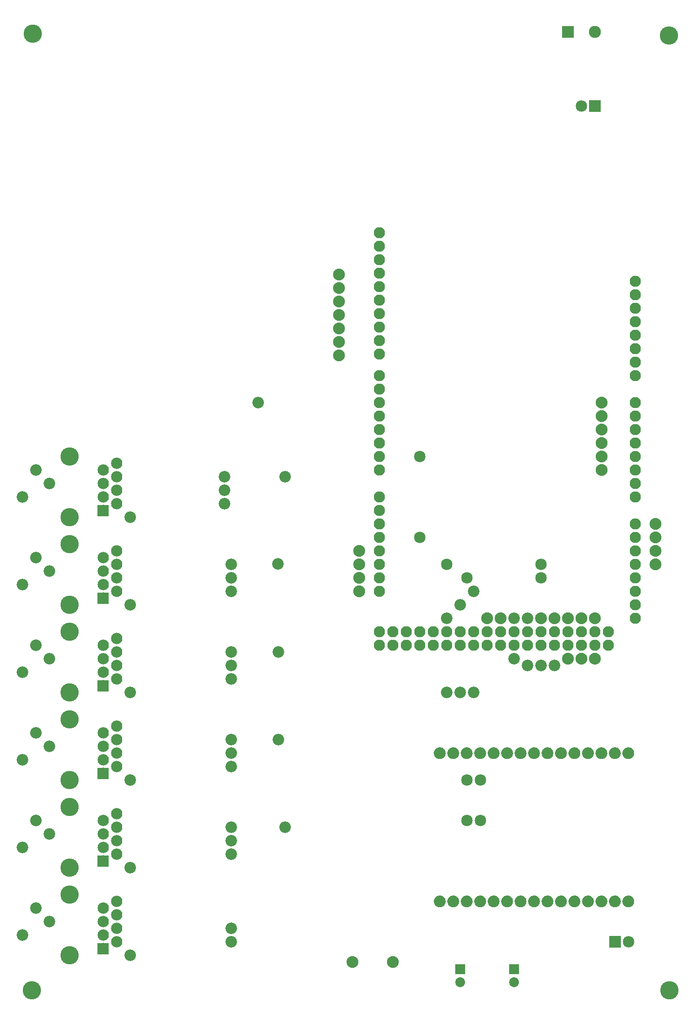
<source format=gbs>
G04 MADE WITH FRITZING*
G04 WWW.FRITZING.ORG*
G04 DOUBLE SIDED*
G04 HOLES PLATED*
G04 CONTOUR ON CENTER OF CONTOUR VECTOR*
%ASAXBY*%
%FSLAX23Y23*%
%MOIN*%
%OFA0B0*%
%SFA1.0B1.0*%
%ADD10C,0.082917*%
%ADD11C,0.088000*%
%ADD12C,0.084000*%
%ADD13C,0.135984*%
%ADD14C,0.085433*%
%ADD15C,0.085000*%
%ADD16C,0.072992*%
%ADD17C,0.090000*%
%ADD18R,0.072992X0.072992*%
%ADD19R,0.090000X0.089986*%
%ADD20R,0.085000X0.085000*%
%ADD21R,0.001000X0.001000*%
%LNMASK0*%
G90*
G70*
G54D10*
X4672Y3563D03*
X4672Y5163D03*
X4672Y3463D03*
X4672Y3363D03*
X4672Y3263D03*
X4672Y3163D03*
X3272Y2863D03*
X4672Y3063D03*
X4672Y2963D03*
X2772Y5123D03*
X4672Y4563D03*
X4672Y4463D03*
X4672Y4363D03*
X4672Y4263D03*
X4072Y2863D03*
X4672Y4163D03*
X4672Y4063D03*
X4672Y3963D03*
X4672Y3863D03*
X2772Y4363D03*
X2872Y2863D03*
X3672Y2863D03*
X4472Y2863D03*
X2772Y5523D03*
X4672Y4763D03*
X2772Y4763D03*
X3072Y2863D03*
X3472Y2863D03*
X3872Y2863D03*
X2772Y3163D03*
X4272Y2863D03*
X2772Y3263D03*
X2772Y3363D03*
X2772Y3463D03*
X2772Y3563D03*
X2772Y3663D03*
X2772Y3763D03*
X2772Y3863D03*
X2772Y5723D03*
X2772Y5323D03*
X2772Y4923D03*
X4672Y5363D03*
X4672Y4963D03*
X2772Y4163D03*
X2772Y4563D03*
X2772Y2863D03*
X2972Y2863D03*
X3172Y2863D03*
X3372Y2863D03*
X3572Y2863D03*
X3772Y2863D03*
X3972Y2863D03*
X4172Y2863D03*
X4372Y2863D03*
X2772Y5823D03*
X2772Y5623D03*
X2772Y5423D03*
X2772Y5223D03*
X2772Y5023D03*
X4672Y5463D03*
X4672Y5263D03*
X4672Y5063D03*
X4672Y4863D03*
X2772Y4063D03*
X2772Y4263D03*
X2772Y4463D03*
X2772Y4663D03*
X2772Y2763D03*
X2872Y2763D03*
X2972Y2763D03*
X3072Y2763D03*
X3172Y2763D03*
X3272Y2763D03*
X3372Y2763D03*
X3472Y2763D03*
X3572Y2763D03*
X3672Y2763D03*
X3772Y2763D03*
X3872Y2763D03*
X3972Y2763D03*
X4072Y2763D03*
X4172Y2763D03*
X4272Y2763D03*
X4372Y2763D03*
X4472Y2763D03*
X4672Y3663D03*
X4672Y3563D03*
X4672Y5163D03*
X4672Y3463D03*
X4672Y3363D03*
X4672Y3263D03*
X4672Y3163D03*
X3272Y2863D03*
X4672Y3063D03*
X4672Y2963D03*
X2772Y5123D03*
X4672Y4563D03*
X4672Y4463D03*
X4672Y4363D03*
X4672Y4263D03*
X4072Y2863D03*
X4672Y4163D03*
X4672Y4063D03*
X4672Y3963D03*
X4672Y3863D03*
X2772Y4363D03*
X2872Y2863D03*
X3672Y2863D03*
X4472Y2863D03*
X2772Y5523D03*
X4672Y4763D03*
X2772Y4763D03*
X3072Y2863D03*
X3472Y2863D03*
X3872Y2863D03*
X2772Y3163D03*
X4272Y2863D03*
X2772Y3263D03*
X2772Y3363D03*
X2772Y3463D03*
X2772Y3563D03*
X2772Y3663D03*
X2772Y3763D03*
X2772Y3863D03*
X2772Y5723D03*
X2772Y5323D03*
X2772Y4923D03*
X4672Y5363D03*
X4672Y4963D03*
X2772Y4163D03*
X2772Y4563D03*
X2772Y2863D03*
X2972Y2863D03*
X3172Y2863D03*
X3372Y2863D03*
X3572Y2863D03*
X3772Y2863D03*
X3972Y2863D03*
X4172Y2863D03*
X4372Y2863D03*
X2772Y5823D03*
X2772Y5623D03*
X2772Y5423D03*
X2772Y5223D03*
X2772Y5023D03*
X4672Y5463D03*
X4672Y5263D03*
X4672Y5063D03*
X4672Y4863D03*
X2772Y4063D03*
X2772Y4263D03*
X2772Y4463D03*
X2772Y4663D03*
X2772Y2763D03*
X2872Y2763D03*
X2972Y2763D03*
X3072Y2763D03*
X3172Y2763D03*
X3272Y2763D03*
X3372Y2763D03*
X3472Y2763D03*
X3572Y2763D03*
X3672Y2763D03*
X3772Y2763D03*
X3872Y2763D03*
X3972Y2763D03*
X4072Y2763D03*
X4172Y2763D03*
X4272Y2763D03*
X4372Y2763D03*
X4472Y2763D03*
X4672Y3663D03*
G54D11*
X2622Y3463D03*
X2622Y3363D03*
X2622Y3463D03*
X2622Y3363D03*
X2872Y413D03*
X2872Y413D03*
X4422Y4563D03*
X4422Y4463D03*
X4422Y4363D03*
X4422Y4263D03*
X4422Y4163D03*
X4422Y4063D03*
X4422Y4563D03*
X4422Y4463D03*
X4422Y4363D03*
X4422Y4263D03*
X4422Y4163D03*
X4422Y4063D03*
X2472Y5513D03*
X2472Y5413D03*
X2472Y5313D03*
X2472Y5213D03*
X2472Y5113D03*
X2472Y5013D03*
X2472Y4913D03*
X2472Y5513D03*
X2472Y5413D03*
X2472Y5313D03*
X2472Y5213D03*
X2472Y5113D03*
X2472Y5013D03*
X2472Y4913D03*
X2622Y3263D03*
X2622Y3163D03*
X2622Y3263D03*
X2622Y3163D03*
G54D12*
X822Y863D03*
X722Y813D03*
X822Y763D03*
X822Y663D03*
X822Y563D03*
X722Y713D03*
X722Y613D03*
X722Y513D03*
G54D13*
X472Y463D03*
X472Y913D03*
G54D12*
X822Y863D03*
X722Y813D03*
X822Y763D03*
X822Y663D03*
X822Y563D03*
X722Y713D03*
X722Y613D03*
X722Y513D03*
G54D13*
X472Y463D03*
X472Y913D03*
G54D12*
X822Y1513D03*
X722Y1463D03*
X822Y1413D03*
X822Y1313D03*
X822Y1213D03*
X722Y1363D03*
X722Y1263D03*
X722Y1163D03*
G54D13*
X472Y1113D03*
X472Y1563D03*
G54D12*
X822Y1513D03*
X722Y1463D03*
X822Y1413D03*
X822Y1313D03*
X822Y1213D03*
X722Y1363D03*
X722Y1263D03*
X722Y1163D03*
G54D13*
X472Y1113D03*
X472Y1563D03*
G54D12*
X822Y2163D03*
X722Y2113D03*
X822Y2063D03*
X822Y1963D03*
X822Y1863D03*
X722Y2013D03*
X722Y1913D03*
X722Y1813D03*
G54D13*
X472Y1763D03*
X472Y2213D03*
G54D12*
X822Y2163D03*
X722Y2113D03*
X822Y2063D03*
X822Y1963D03*
X822Y1863D03*
X722Y2013D03*
X722Y1913D03*
X722Y1813D03*
G54D13*
X472Y1763D03*
X472Y2213D03*
G54D12*
X822Y3463D03*
X722Y3413D03*
X822Y3363D03*
X822Y3263D03*
X822Y3163D03*
X722Y3313D03*
X722Y3213D03*
X722Y3113D03*
G54D13*
X472Y3063D03*
X472Y3513D03*
G54D12*
X822Y3463D03*
X722Y3413D03*
X822Y3363D03*
X822Y3263D03*
X822Y3163D03*
X722Y3313D03*
X722Y3213D03*
X722Y3113D03*
G54D13*
X472Y3063D03*
X472Y3513D03*
G54D12*
X822Y2813D03*
X722Y2763D03*
X822Y2713D03*
X822Y2613D03*
X822Y2513D03*
X722Y2663D03*
X722Y2563D03*
X722Y2463D03*
G54D13*
X472Y2413D03*
X472Y2863D03*
G54D12*
X822Y2813D03*
X722Y2763D03*
X822Y2713D03*
X822Y2613D03*
X822Y2513D03*
X722Y2663D03*
X722Y2563D03*
X722Y2463D03*
G54D13*
X472Y2413D03*
X472Y2863D03*
G54D12*
X822Y4113D03*
X722Y4063D03*
X822Y4013D03*
X822Y3913D03*
X822Y3813D03*
X722Y3963D03*
X722Y3863D03*
X722Y3763D03*
G54D13*
X472Y3713D03*
X472Y4163D03*
G54D12*
X822Y4113D03*
X722Y4063D03*
X822Y4013D03*
X822Y3913D03*
X822Y3813D03*
X722Y3963D03*
X722Y3863D03*
X722Y3763D03*
G54D13*
X472Y3713D03*
X472Y4163D03*
G54D11*
X2572Y413D03*
X2572Y413D03*
G54D14*
X122Y613D03*
X122Y1263D03*
X122Y1913D03*
X122Y2563D03*
X122Y3213D03*
X122Y3863D03*
X322Y713D03*
X322Y1363D03*
X322Y2013D03*
X322Y2663D03*
X322Y3313D03*
X322Y3963D03*
X222Y813D03*
X222Y1463D03*
X222Y2113D03*
X222Y2763D03*
X222Y3413D03*
X222Y4063D03*
G54D11*
X4172Y2663D03*
X4172Y2663D03*
X3972Y2963D03*
X4072Y2963D03*
X4172Y2963D03*
X3972Y2963D03*
X4072Y2963D03*
X4172Y2963D03*
X3572Y2963D03*
X3672Y2963D03*
X3572Y2963D03*
X3672Y2963D03*
X4272Y2663D03*
X4372Y2663D03*
X4272Y2663D03*
X4372Y2663D03*
X4272Y2963D03*
X4372Y2963D03*
X4272Y2963D03*
X4372Y2963D03*
G54D14*
X1622Y3813D03*
X922Y463D03*
X922Y1113D03*
X922Y1763D03*
X922Y2413D03*
X922Y3063D03*
X922Y3713D03*
X3972Y2613D03*
X3872Y2613D03*
X1672Y563D03*
X1672Y1213D03*
X1672Y3163D03*
X1672Y1863D03*
X1672Y2513D03*
X3772Y2663D03*
X4072Y2613D03*
X1872Y4563D03*
X1622Y3913D03*
X3872Y2963D03*
X3772Y2963D03*
X3472Y3163D03*
X3372Y3063D03*
X3472Y2413D03*
X3372Y2413D03*
X3272Y2413D03*
X3272Y2963D03*
X1672Y1963D03*
X1672Y663D03*
X1672Y1313D03*
X1672Y2613D03*
X1672Y3263D03*
X1672Y1413D03*
X2072Y1413D03*
X2022Y2063D03*
X1672Y2063D03*
X2022Y2713D03*
X1672Y2713D03*
X1672Y3363D03*
X2020Y3367D03*
X2072Y4013D03*
X1622Y4013D03*
G54D13*
X200Y7301D03*
X4922Y7289D03*
X194Y205D03*
X4926Y203D03*
G54D15*
X3422Y3263D03*
X3972Y3263D03*
X3272Y3363D03*
X3972Y3363D03*
G54D11*
X4822Y3663D03*
X4822Y3563D03*
X4822Y3463D03*
X4822Y3363D03*
X4822Y3663D03*
X4822Y3563D03*
X4822Y3463D03*
X4822Y3363D03*
G54D16*
X3772Y361D03*
X3772Y263D03*
X3772Y361D03*
X3772Y263D03*
X3372Y361D03*
X3372Y263D03*
X3372Y361D03*
X3372Y263D03*
G54D15*
X3422Y1763D03*
X3422Y1463D03*
X3422Y1763D03*
X3422Y1463D03*
X3522Y1763D03*
X3522Y1463D03*
X3522Y1763D03*
X3522Y1463D03*
X3072Y3563D03*
X3072Y4163D03*
G54D17*
X4172Y7313D03*
X4372Y7313D03*
X4172Y7313D03*
X4372Y7313D03*
G54D15*
X4522Y563D03*
X4622Y563D03*
X4522Y563D03*
X4622Y563D03*
X4372Y6763D03*
X4272Y6763D03*
X4372Y6763D03*
X4272Y6763D03*
G54D18*
X3772Y361D03*
X3772Y361D03*
X3372Y361D03*
X3372Y361D03*
G54D19*
X4172Y7313D03*
X4172Y7313D03*
G54D20*
X4522Y563D03*
X4522Y563D03*
X4372Y6763D03*
X4372Y6763D03*
G54D21*
X680Y3805D02*
X763Y3805D01*
X680Y3804D02*
X763Y3804D01*
X680Y3803D02*
X763Y3803D01*
X680Y3802D02*
X763Y3802D01*
X680Y3801D02*
X763Y3801D01*
X680Y3800D02*
X763Y3800D01*
X680Y3799D02*
X763Y3799D01*
X680Y3798D02*
X763Y3798D01*
X680Y3797D02*
X763Y3797D01*
X680Y3796D02*
X763Y3796D01*
X680Y3795D02*
X763Y3795D01*
X680Y3794D02*
X763Y3794D01*
X680Y3793D02*
X763Y3793D01*
X680Y3792D02*
X763Y3792D01*
X680Y3791D02*
X763Y3791D01*
X680Y3790D02*
X763Y3790D01*
X680Y3789D02*
X763Y3789D01*
X680Y3788D02*
X763Y3788D01*
X680Y3787D02*
X763Y3787D01*
X680Y3786D02*
X763Y3786D01*
X680Y3785D02*
X763Y3785D01*
X680Y3784D02*
X763Y3784D01*
X680Y3783D02*
X763Y3783D01*
X680Y3782D02*
X763Y3782D01*
X680Y3781D02*
X763Y3781D01*
X680Y3780D02*
X763Y3780D01*
X680Y3779D02*
X763Y3779D01*
X680Y3778D02*
X763Y3778D01*
X680Y3777D02*
X716Y3777D01*
X728Y3777D02*
X763Y3777D01*
X680Y3776D02*
X714Y3776D01*
X730Y3776D02*
X763Y3776D01*
X680Y3775D02*
X712Y3775D01*
X731Y3775D02*
X763Y3775D01*
X680Y3774D02*
X711Y3774D01*
X732Y3774D02*
X763Y3774D01*
X680Y3773D02*
X710Y3773D01*
X733Y3773D02*
X763Y3773D01*
X680Y3772D02*
X709Y3772D01*
X734Y3772D02*
X763Y3772D01*
X680Y3771D02*
X709Y3771D01*
X735Y3771D02*
X763Y3771D01*
X680Y3770D02*
X708Y3770D01*
X735Y3770D02*
X763Y3770D01*
X680Y3769D02*
X708Y3769D01*
X736Y3769D02*
X763Y3769D01*
X680Y3768D02*
X707Y3768D01*
X736Y3768D02*
X763Y3768D01*
X680Y3767D02*
X707Y3767D01*
X736Y3767D02*
X763Y3767D01*
X680Y3766D02*
X707Y3766D01*
X737Y3766D02*
X763Y3766D01*
X680Y3765D02*
X707Y3765D01*
X737Y3765D02*
X763Y3765D01*
X680Y3764D02*
X707Y3764D01*
X737Y3764D02*
X763Y3764D01*
X680Y3763D02*
X707Y3763D01*
X737Y3763D02*
X763Y3763D01*
X680Y3762D02*
X707Y3762D01*
X737Y3762D02*
X763Y3762D01*
X680Y3761D02*
X707Y3761D01*
X737Y3761D02*
X763Y3761D01*
X680Y3760D02*
X707Y3760D01*
X737Y3760D02*
X763Y3760D01*
X680Y3759D02*
X707Y3759D01*
X736Y3759D02*
X763Y3759D01*
X680Y3758D02*
X707Y3758D01*
X736Y3758D02*
X763Y3758D01*
X680Y3757D02*
X708Y3757D01*
X735Y3757D02*
X763Y3757D01*
X680Y3756D02*
X708Y3756D01*
X735Y3756D02*
X763Y3756D01*
X680Y3755D02*
X709Y3755D01*
X734Y3755D02*
X763Y3755D01*
X680Y3754D02*
X710Y3754D01*
X733Y3754D02*
X763Y3754D01*
X680Y3753D02*
X711Y3753D01*
X733Y3753D02*
X763Y3753D01*
X680Y3752D02*
X712Y3752D01*
X731Y3752D02*
X763Y3752D01*
X680Y3751D02*
X713Y3751D01*
X730Y3751D02*
X763Y3751D01*
X680Y3750D02*
X715Y3750D01*
X728Y3750D02*
X763Y3750D01*
X680Y3749D02*
X718Y3749D01*
X726Y3749D02*
X763Y3749D01*
X680Y3748D02*
X763Y3748D01*
X680Y3747D02*
X763Y3747D01*
X680Y3746D02*
X763Y3746D01*
X680Y3745D02*
X763Y3745D01*
X680Y3744D02*
X763Y3744D01*
X680Y3743D02*
X763Y3743D01*
X680Y3742D02*
X763Y3742D01*
X680Y3741D02*
X763Y3741D01*
X680Y3740D02*
X763Y3740D01*
X680Y3739D02*
X763Y3739D01*
X680Y3738D02*
X763Y3738D01*
X680Y3737D02*
X763Y3737D01*
X680Y3736D02*
X763Y3736D01*
X680Y3735D02*
X763Y3735D01*
X680Y3734D02*
X763Y3734D01*
X680Y3733D02*
X763Y3733D01*
X680Y3732D02*
X763Y3732D01*
X680Y3731D02*
X763Y3731D01*
X680Y3730D02*
X763Y3730D01*
X680Y3729D02*
X763Y3729D01*
X680Y3728D02*
X763Y3728D01*
X680Y3727D02*
X763Y3727D01*
X680Y3726D02*
X763Y3726D01*
X680Y3725D02*
X763Y3725D01*
X680Y3724D02*
X763Y3724D01*
X680Y3723D02*
X763Y3723D01*
X680Y3722D02*
X763Y3722D01*
X680Y3155D02*
X763Y3155D01*
X680Y3154D02*
X763Y3154D01*
X680Y3153D02*
X763Y3153D01*
X680Y3152D02*
X763Y3152D01*
X680Y3151D02*
X763Y3151D01*
X680Y3150D02*
X763Y3150D01*
X680Y3149D02*
X763Y3149D01*
X680Y3148D02*
X763Y3148D01*
X680Y3147D02*
X763Y3147D01*
X680Y3146D02*
X763Y3146D01*
X680Y3145D02*
X763Y3145D01*
X680Y3144D02*
X763Y3144D01*
X680Y3143D02*
X763Y3143D01*
X680Y3142D02*
X763Y3142D01*
X680Y3141D02*
X763Y3141D01*
X680Y3140D02*
X763Y3140D01*
X680Y3139D02*
X763Y3139D01*
X680Y3138D02*
X763Y3138D01*
X680Y3137D02*
X763Y3137D01*
X680Y3136D02*
X763Y3136D01*
X680Y3135D02*
X763Y3135D01*
X680Y3134D02*
X763Y3134D01*
X680Y3133D02*
X763Y3133D01*
X680Y3132D02*
X763Y3132D01*
X680Y3131D02*
X763Y3131D01*
X680Y3130D02*
X763Y3130D01*
X680Y3129D02*
X763Y3129D01*
X680Y3128D02*
X763Y3128D01*
X680Y3127D02*
X716Y3127D01*
X728Y3127D02*
X763Y3127D01*
X680Y3126D02*
X714Y3126D01*
X730Y3126D02*
X763Y3126D01*
X680Y3125D02*
X712Y3125D01*
X731Y3125D02*
X763Y3125D01*
X680Y3124D02*
X711Y3124D01*
X732Y3124D02*
X763Y3124D01*
X680Y3123D02*
X710Y3123D01*
X733Y3123D02*
X763Y3123D01*
X680Y3122D02*
X709Y3122D01*
X734Y3122D02*
X763Y3122D01*
X680Y3121D02*
X709Y3121D01*
X735Y3121D02*
X763Y3121D01*
X680Y3120D02*
X708Y3120D01*
X735Y3120D02*
X763Y3120D01*
X680Y3119D02*
X708Y3119D01*
X736Y3119D02*
X763Y3119D01*
X680Y3118D02*
X707Y3118D01*
X736Y3118D02*
X763Y3118D01*
X680Y3117D02*
X707Y3117D01*
X736Y3117D02*
X763Y3117D01*
X680Y3116D02*
X707Y3116D01*
X737Y3116D02*
X763Y3116D01*
X680Y3115D02*
X707Y3115D01*
X737Y3115D02*
X763Y3115D01*
X680Y3114D02*
X707Y3114D01*
X737Y3114D02*
X763Y3114D01*
X680Y3113D02*
X707Y3113D01*
X737Y3113D02*
X763Y3113D01*
X680Y3112D02*
X707Y3112D01*
X737Y3112D02*
X763Y3112D01*
X680Y3111D02*
X707Y3111D01*
X737Y3111D02*
X763Y3111D01*
X680Y3110D02*
X707Y3110D01*
X737Y3110D02*
X763Y3110D01*
X680Y3109D02*
X707Y3109D01*
X736Y3109D02*
X763Y3109D01*
X680Y3108D02*
X707Y3108D01*
X736Y3108D02*
X763Y3108D01*
X680Y3107D02*
X708Y3107D01*
X735Y3107D02*
X763Y3107D01*
X680Y3106D02*
X708Y3106D01*
X735Y3106D02*
X763Y3106D01*
X680Y3105D02*
X709Y3105D01*
X734Y3105D02*
X763Y3105D01*
X680Y3104D02*
X710Y3104D01*
X733Y3104D02*
X763Y3104D01*
X680Y3103D02*
X711Y3103D01*
X733Y3103D02*
X763Y3103D01*
X680Y3102D02*
X712Y3102D01*
X731Y3102D02*
X763Y3102D01*
X680Y3101D02*
X713Y3101D01*
X730Y3101D02*
X763Y3101D01*
X680Y3100D02*
X715Y3100D01*
X728Y3100D02*
X763Y3100D01*
X680Y3099D02*
X718Y3099D01*
X726Y3099D02*
X763Y3099D01*
X680Y3098D02*
X763Y3098D01*
X680Y3097D02*
X763Y3097D01*
X680Y3096D02*
X763Y3096D01*
X680Y3095D02*
X763Y3095D01*
X680Y3094D02*
X763Y3094D01*
X680Y3093D02*
X763Y3093D01*
X680Y3092D02*
X763Y3092D01*
X680Y3091D02*
X763Y3091D01*
X680Y3090D02*
X763Y3090D01*
X680Y3089D02*
X763Y3089D01*
X680Y3088D02*
X763Y3088D01*
X680Y3087D02*
X763Y3087D01*
X680Y3086D02*
X763Y3086D01*
X680Y3085D02*
X763Y3085D01*
X680Y3084D02*
X763Y3084D01*
X680Y3083D02*
X763Y3083D01*
X680Y3082D02*
X763Y3082D01*
X680Y3081D02*
X763Y3081D01*
X680Y3080D02*
X763Y3080D01*
X680Y3079D02*
X763Y3079D01*
X680Y3078D02*
X763Y3078D01*
X680Y3077D02*
X763Y3077D01*
X680Y3076D02*
X763Y3076D01*
X680Y3075D02*
X763Y3075D01*
X680Y3074D02*
X763Y3074D01*
X680Y3073D02*
X763Y3073D01*
X680Y3072D02*
X763Y3072D01*
X680Y2505D02*
X763Y2505D01*
X680Y2504D02*
X763Y2504D01*
X680Y2503D02*
X763Y2503D01*
X680Y2502D02*
X763Y2502D01*
X680Y2501D02*
X763Y2501D01*
X680Y2500D02*
X763Y2500D01*
X680Y2499D02*
X763Y2499D01*
X680Y2498D02*
X763Y2498D01*
X680Y2497D02*
X763Y2497D01*
X680Y2496D02*
X763Y2496D01*
X680Y2495D02*
X763Y2495D01*
X680Y2494D02*
X763Y2494D01*
X680Y2493D02*
X763Y2493D01*
X680Y2492D02*
X763Y2492D01*
X680Y2491D02*
X763Y2491D01*
X680Y2490D02*
X763Y2490D01*
X680Y2489D02*
X763Y2489D01*
X680Y2488D02*
X763Y2488D01*
X680Y2487D02*
X763Y2487D01*
X680Y2486D02*
X763Y2486D01*
X680Y2485D02*
X763Y2485D01*
X680Y2484D02*
X763Y2484D01*
X680Y2483D02*
X763Y2483D01*
X680Y2482D02*
X763Y2482D01*
X680Y2481D02*
X763Y2481D01*
X680Y2480D02*
X763Y2480D01*
X680Y2479D02*
X763Y2479D01*
X680Y2478D02*
X763Y2478D01*
X680Y2477D02*
X716Y2477D01*
X728Y2477D02*
X763Y2477D01*
X680Y2476D02*
X714Y2476D01*
X730Y2476D02*
X763Y2476D01*
X680Y2475D02*
X712Y2475D01*
X731Y2475D02*
X763Y2475D01*
X680Y2474D02*
X711Y2474D01*
X732Y2474D02*
X763Y2474D01*
X680Y2473D02*
X710Y2473D01*
X733Y2473D02*
X763Y2473D01*
X680Y2472D02*
X709Y2472D01*
X734Y2472D02*
X763Y2472D01*
X680Y2471D02*
X709Y2471D01*
X735Y2471D02*
X763Y2471D01*
X680Y2470D02*
X708Y2470D01*
X735Y2470D02*
X763Y2470D01*
X680Y2469D02*
X708Y2469D01*
X736Y2469D02*
X763Y2469D01*
X680Y2468D02*
X707Y2468D01*
X736Y2468D02*
X763Y2468D01*
X680Y2467D02*
X707Y2467D01*
X736Y2467D02*
X763Y2467D01*
X680Y2466D02*
X707Y2466D01*
X737Y2466D02*
X763Y2466D01*
X680Y2465D02*
X707Y2465D01*
X737Y2465D02*
X763Y2465D01*
X680Y2464D02*
X707Y2464D01*
X737Y2464D02*
X763Y2464D01*
X680Y2463D02*
X707Y2463D01*
X737Y2463D02*
X763Y2463D01*
X680Y2462D02*
X707Y2462D01*
X737Y2462D02*
X763Y2462D01*
X680Y2461D02*
X707Y2461D01*
X737Y2461D02*
X763Y2461D01*
X680Y2460D02*
X707Y2460D01*
X737Y2460D02*
X763Y2460D01*
X680Y2459D02*
X707Y2459D01*
X736Y2459D02*
X763Y2459D01*
X680Y2458D02*
X707Y2458D01*
X736Y2458D02*
X763Y2458D01*
X680Y2457D02*
X708Y2457D01*
X735Y2457D02*
X763Y2457D01*
X680Y2456D02*
X708Y2456D01*
X735Y2456D02*
X763Y2456D01*
X680Y2455D02*
X709Y2455D01*
X734Y2455D02*
X763Y2455D01*
X680Y2454D02*
X710Y2454D01*
X733Y2454D02*
X763Y2454D01*
X680Y2453D02*
X711Y2453D01*
X733Y2453D02*
X763Y2453D01*
X680Y2452D02*
X712Y2452D01*
X731Y2452D02*
X763Y2452D01*
X680Y2451D02*
X713Y2451D01*
X730Y2451D02*
X763Y2451D01*
X680Y2450D02*
X715Y2450D01*
X728Y2450D02*
X763Y2450D01*
X680Y2449D02*
X718Y2449D01*
X726Y2449D02*
X763Y2449D01*
X680Y2448D02*
X763Y2448D01*
X680Y2447D02*
X763Y2447D01*
X680Y2446D02*
X763Y2446D01*
X680Y2445D02*
X763Y2445D01*
X680Y2444D02*
X763Y2444D01*
X680Y2443D02*
X763Y2443D01*
X680Y2442D02*
X763Y2442D01*
X680Y2441D02*
X763Y2441D01*
X680Y2440D02*
X763Y2440D01*
X680Y2439D02*
X763Y2439D01*
X680Y2438D02*
X763Y2438D01*
X680Y2437D02*
X763Y2437D01*
X680Y2436D02*
X763Y2436D01*
X680Y2435D02*
X763Y2435D01*
X680Y2434D02*
X763Y2434D01*
X680Y2433D02*
X763Y2433D01*
X680Y2432D02*
X763Y2432D01*
X680Y2431D02*
X763Y2431D01*
X680Y2430D02*
X763Y2430D01*
X680Y2429D02*
X763Y2429D01*
X680Y2428D02*
X763Y2428D01*
X680Y2427D02*
X763Y2427D01*
X680Y2426D02*
X763Y2426D01*
X680Y2425D02*
X763Y2425D01*
X680Y2424D02*
X763Y2424D01*
X680Y2423D02*
X763Y2423D01*
X680Y2422D02*
X763Y2422D01*
X3214Y2006D02*
X3229Y2006D01*
X3314Y2006D02*
X3329Y2006D01*
X3414Y2006D02*
X3429Y2006D01*
X3514Y2006D02*
X3529Y2006D01*
X3614Y2006D02*
X3629Y2006D01*
X3714Y2006D02*
X3729Y2006D01*
X3814Y2006D02*
X3829Y2006D01*
X3914Y2006D02*
X3929Y2006D01*
X4014Y2006D02*
X4028Y2006D01*
X4114Y2006D02*
X4128Y2006D01*
X4214Y2006D02*
X4228Y2006D01*
X4314Y2006D02*
X4329Y2006D01*
X4414Y2006D02*
X4429Y2006D01*
X4514Y2006D02*
X4529Y2006D01*
X4614Y2006D02*
X4628Y2006D01*
X3210Y2005D02*
X3233Y2005D01*
X3310Y2005D02*
X3333Y2005D01*
X3410Y2005D02*
X3433Y2005D01*
X3510Y2005D02*
X3533Y2005D01*
X3610Y2005D02*
X3633Y2005D01*
X3710Y2005D02*
X3733Y2005D01*
X3810Y2005D02*
X3833Y2005D01*
X3910Y2005D02*
X3933Y2005D01*
X4010Y2005D02*
X4033Y2005D01*
X4110Y2005D02*
X4133Y2005D01*
X4210Y2005D02*
X4233Y2005D01*
X4310Y2005D02*
X4333Y2005D01*
X4410Y2005D02*
X4433Y2005D01*
X4510Y2005D02*
X4533Y2005D01*
X4610Y2005D02*
X4633Y2005D01*
X3207Y2004D02*
X3236Y2004D01*
X3307Y2004D02*
X3336Y2004D01*
X3407Y2004D02*
X3436Y2004D01*
X3507Y2004D02*
X3536Y2004D01*
X3607Y2004D02*
X3636Y2004D01*
X3707Y2004D02*
X3736Y2004D01*
X3807Y2004D02*
X3836Y2004D01*
X3907Y2004D02*
X3936Y2004D01*
X4007Y2004D02*
X4036Y2004D01*
X4107Y2004D02*
X4136Y2004D01*
X4207Y2004D02*
X4236Y2004D01*
X4307Y2004D02*
X4336Y2004D01*
X4407Y2004D02*
X4436Y2004D01*
X4507Y2004D02*
X4536Y2004D01*
X4606Y2004D02*
X4636Y2004D01*
X3204Y2003D02*
X3239Y2003D01*
X3304Y2003D02*
X3339Y2003D01*
X3404Y2003D02*
X3439Y2003D01*
X3504Y2003D02*
X3539Y2003D01*
X3604Y2003D02*
X3639Y2003D01*
X3704Y2003D02*
X3739Y2003D01*
X3804Y2003D02*
X3839Y2003D01*
X3904Y2003D02*
X3939Y2003D01*
X4004Y2003D02*
X4039Y2003D01*
X4104Y2003D02*
X4139Y2003D01*
X4204Y2003D02*
X4239Y2003D01*
X4304Y2003D02*
X4339Y2003D01*
X4404Y2003D02*
X4439Y2003D01*
X4504Y2003D02*
X4539Y2003D01*
X4604Y2003D02*
X4638Y2003D01*
X3202Y2002D02*
X3241Y2002D01*
X3302Y2002D02*
X3341Y2002D01*
X3402Y2002D02*
X3441Y2002D01*
X3502Y2002D02*
X3541Y2002D01*
X3602Y2002D02*
X3641Y2002D01*
X3702Y2002D02*
X3741Y2002D01*
X3802Y2002D02*
X3841Y2002D01*
X3902Y2002D02*
X3941Y2002D01*
X4002Y2002D02*
X4041Y2002D01*
X4102Y2002D02*
X4141Y2002D01*
X4202Y2002D02*
X4241Y2002D01*
X4302Y2002D02*
X4341Y2002D01*
X4402Y2002D02*
X4441Y2002D01*
X4502Y2002D02*
X4541Y2002D01*
X4602Y2002D02*
X4641Y2002D01*
X3200Y2001D02*
X3243Y2001D01*
X3300Y2001D02*
X3343Y2001D01*
X3400Y2001D02*
X3442Y2001D01*
X3500Y2001D02*
X3542Y2001D01*
X3600Y2001D02*
X3642Y2001D01*
X3700Y2001D02*
X3742Y2001D01*
X3800Y2001D02*
X3842Y2001D01*
X3900Y2001D02*
X3942Y2001D01*
X4000Y2001D02*
X4042Y2001D01*
X4100Y2001D02*
X4142Y2001D01*
X4200Y2001D02*
X4242Y2001D01*
X4301Y2001D02*
X4343Y2001D01*
X4400Y2001D02*
X4443Y2001D01*
X4500Y2001D02*
X4543Y2001D01*
X4600Y2001D02*
X4642Y2001D01*
X3199Y2000D02*
X3244Y2000D01*
X3299Y2000D02*
X3344Y2000D01*
X3399Y2000D02*
X3444Y2000D01*
X3499Y2000D02*
X3544Y2000D01*
X3599Y2000D02*
X3644Y2000D01*
X3699Y2000D02*
X3744Y2000D01*
X3799Y2000D02*
X3844Y2000D01*
X3899Y2000D02*
X3944Y2000D01*
X3999Y2000D02*
X4044Y2000D01*
X4099Y2000D02*
X4144Y2000D01*
X4198Y2000D02*
X4244Y2000D01*
X4299Y2000D02*
X4344Y2000D01*
X4399Y2000D02*
X4444Y2000D01*
X4499Y2000D02*
X4544Y2000D01*
X4598Y2000D02*
X4644Y2000D01*
X3197Y1999D02*
X3246Y1999D01*
X3297Y1999D02*
X3346Y1999D01*
X3397Y1999D02*
X3446Y1999D01*
X3497Y1999D02*
X3546Y1999D01*
X3597Y1999D02*
X3646Y1999D01*
X3697Y1999D02*
X3746Y1999D01*
X3797Y1999D02*
X3846Y1999D01*
X3897Y1999D02*
X3946Y1999D01*
X3997Y1999D02*
X4046Y1999D01*
X4097Y1999D02*
X4146Y1999D01*
X4197Y1999D02*
X4246Y1999D01*
X4297Y1999D02*
X4346Y1999D01*
X4397Y1999D02*
X4446Y1999D01*
X4497Y1999D02*
X4546Y1999D01*
X4597Y1999D02*
X4646Y1999D01*
X3196Y1998D02*
X3247Y1998D01*
X3296Y1998D02*
X3347Y1998D01*
X3396Y1998D02*
X3447Y1998D01*
X3496Y1998D02*
X3547Y1998D01*
X3596Y1998D02*
X3647Y1998D01*
X3696Y1998D02*
X3747Y1998D01*
X3796Y1998D02*
X3847Y1998D01*
X3896Y1998D02*
X3947Y1998D01*
X3996Y1998D02*
X4047Y1998D01*
X4096Y1998D02*
X4147Y1998D01*
X4196Y1998D02*
X4247Y1998D01*
X4296Y1998D02*
X4347Y1998D01*
X4396Y1998D02*
X4447Y1998D01*
X4496Y1998D02*
X4547Y1998D01*
X4596Y1998D02*
X4647Y1998D01*
X3194Y1997D02*
X3248Y1997D01*
X3294Y1997D02*
X3348Y1997D01*
X3394Y1997D02*
X3448Y1997D01*
X3494Y1997D02*
X3548Y1997D01*
X3594Y1997D02*
X3648Y1997D01*
X3694Y1997D02*
X3748Y1997D01*
X3794Y1997D02*
X3848Y1997D01*
X3894Y1997D02*
X3948Y1997D01*
X3994Y1997D02*
X4048Y1997D01*
X4094Y1997D02*
X4148Y1997D01*
X4194Y1997D02*
X4248Y1997D01*
X4295Y1997D02*
X4349Y1997D01*
X4394Y1997D02*
X4449Y1997D01*
X4494Y1997D02*
X4548Y1997D01*
X4594Y1997D02*
X4648Y1997D01*
X3193Y1996D02*
X3250Y1996D01*
X3293Y1996D02*
X3350Y1996D01*
X3393Y1996D02*
X3450Y1996D01*
X3493Y1996D02*
X3550Y1996D01*
X3593Y1996D02*
X3650Y1996D01*
X3693Y1996D02*
X3750Y1996D01*
X3793Y1996D02*
X3850Y1996D01*
X3893Y1996D02*
X3950Y1996D01*
X3993Y1996D02*
X4050Y1996D01*
X4093Y1996D02*
X4150Y1996D01*
X4193Y1996D02*
X4250Y1996D01*
X4293Y1996D02*
X4350Y1996D01*
X4393Y1996D02*
X4450Y1996D01*
X4493Y1996D02*
X4550Y1996D01*
X4593Y1996D02*
X4649Y1996D01*
X3192Y1995D02*
X3251Y1995D01*
X3292Y1995D02*
X3351Y1995D01*
X3392Y1995D02*
X3451Y1995D01*
X3492Y1995D02*
X3551Y1995D01*
X3592Y1995D02*
X3651Y1995D01*
X3692Y1995D02*
X3751Y1995D01*
X3792Y1995D02*
X3851Y1995D01*
X3892Y1995D02*
X3951Y1995D01*
X3992Y1995D02*
X4051Y1995D01*
X4092Y1995D02*
X4151Y1995D01*
X4192Y1995D02*
X4251Y1995D01*
X4292Y1995D02*
X4351Y1995D01*
X4392Y1995D02*
X4451Y1995D01*
X4492Y1995D02*
X4551Y1995D01*
X4592Y1995D02*
X4651Y1995D01*
X3191Y1994D02*
X3252Y1994D01*
X3291Y1994D02*
X3352Y1994D01*
X3391Y1994D02*
X3452Y1994D01*
X3491Y1994D02*
X3552Y1994D01*
X3591Y1994D02*
X3652Y1994D01*
X3691Y1994D02*
X3752Y1994D01*
X3791Y1994D02*
X3852Y1994D01*
X3891Y1994D02*
X3952Y1994D01*
X3991Y1994D02*
X4052Y1994D01*
X4091Y1994D02*
X4152Y1994D01*
X4191Y1994D02*
X4252Y1994D01*
X4291Y1994D02*
X4352Y1994D01*
X4391Y1994D02*
X4452Y1994D01*
X4491Y1994D02*
X4552Y1994D01*
X4591Y1994D02*
X4652Y1994D01*
X3190Y1993D02*
X3253Y1993D01*
X3290Y1993D02*
X3353Y1993D01*
X3390Y1993D02*
X3453Y1993D01*
X3490Y1993D02*
X3553Y1993D01*
X3590Y1993D02*
X3653Y1993D01*
X3690Y1993D02*
X3753Y1993D01*
X3790Y1993D02*
X3853Y1993D01*
X3890Y1993D02*
X3953Y1993D01*
X3990Y1993D02*
X4053Y1993D01*
X4090Y1993D02*
X4153Y1993D01*
X4190Y1993D02*
X4253Y1993D01*
X4290Y1993D02*
X4353Y1993D01*
X4390Y1993D02*
X4453Y1993D01*
X4490Y1993D02*
X4553Y1993D01*
X4590Y1993D02*
X4653Y1993D01*
X3189Y1992D02*
X3254Y1992D01*
X3289Y1992D02*
X3354Y1992D01*
X3389Y1992D02*
X3454Y1992D01*
X3489Y1992D02*
X3554Y1992D01*
X3589Y1992D02*
X3654Y1992D01*
X3689Y1992D02*
X3754Y1992D01*
X3789Y1992D02*
X3854Y1992D01*
X3889Y1992D02*
X3954Y1992D01*
X3989Y1992D02*
X4054Y1992D01*
X4089Y1992D02*
X4154Y1992D01*
X4189Y1992D02*
X4254Y1992D01*
X4289Y1992D02*
X4354Y1992D01*
X4389Y1992D02*
X4454Y1992D01*
X4489Y1992D02*
X4554Y1992D01*
X4589Y1992D02*
X4653Y1992D01*
X3188Y1991D02*
X3255Y1991D01*
X3288Y1991D02*
X3355Y1991D01*
X3388Y1991D02*
X3455Y1991D01*
X3488Y1991D02*
X3555Y1991D01*
X3588Y1991D02*
X3655Y1991D01*
X3688Y1991D02*
X3754Y1991D01*
X3788Y1991D02*
X3854Y1991D01*
X3888Y1991D02*
X3954Y1991D01*
X3988Y1991D02*
X4054Y1991D01*
X4088Y1991D02*
X4154Y1991D01*
X4188Y1991D02*
X4254Y1991D01*
X4289Y1991D02*
X4355Y1991D01*
X4388Y1991D02*
X4455Y1991D01*
X4488Y1991D02*
X4555Y1991D01*
X4588Y1991D02*
X4654Y1991D01*
X3187Y1990D02*
X3255Y1990D01*
X3287Y1990D02*
X3355Y1990D01*
X3387Y1990D02*
X3455Y1990D01*
X3487Y1990D02*
X3555Y1990D01*
X3587Y1990D02*
X3655Y1990D01*
X3687Y1990D02*
X3755Y1990D01*
X3787Y1990D02*
X3855Y1990D01*
X3887Y1990D02*
X3955Y1990D01*
X3987Y1990D02*
X4055Y1990D01*
X4087Y1990D02*
X4155Y1990D01*
X4187Y1990D02*
X4255Y1990D01*
X4288Y1990D02*
X4356Y1990D01*
X4388Y1990D02*
X4455Y1990D01*
X4487Y1990D02*
X4555Y1990D01*
X4587Y1990D02*
X4655Y1990D01*
X3187Y1989D02*
X3256Y1989D01*
X3287Y1989D02*
X3356Y1989D01*
X3387Y1989D02*
X3456Y1989D01*
X3487Y1989D02*
X3556Y1989D01*
X3587Y1989D02*
X3656Y1989D01*
X3687Y1989D02*
X3756Y1989D01*
X3787Y1989D02*
X3856Y1989D01*
X3887Y1989D02*
X3956Y1989D01*
X3987Y1989D02*
X4056Y1989D01*
X4087Y1989D02*
X4156Y1989D01*
X4187Y1989D02*
X4256Y1989D01*
X4287Y1989D02*
X4356Y1989D01*
X4387Y1989D02*
X4456Y1989D01*
X4487Y1989D02*
X4556Y1989D01*
X4587Y1989D02*
X4656Y1989D01*
X3186Y1988D02*
X3257Y1988D01*
X3286Y1988D02*
X3357Y1988D01*
X3386Y1988D02*
X3457Y1988D01*
X3486Y1988D02*
X3557Y1988D01*
X3586Y1988D02*
X3657Y1988D01*
X3686Y1988D02*
X3757Y1988D01*
X3786Y1988D02*
X3857Y1988D01*
X3886Y1988D02*
X3957Y1988D01*
X3986Y1988D02*
X4057Y1988D01*
X4086Y1988D02*
X4157Y1988D01*
X4186Y1988D02*
X4257Y1988D01*
X4286Y1988D02*
X4357Y1988D01*
X4386Y1988D02*
X4457Y1988D01*
X4486Y1988D02*
X4557Y1988D01*
X4586Y1988D02*
X4657Y1988D01*
X3185Y1987D02*
X3257Y1987D01*
X3285Y1987D02*
X3357Y1987D01*
X3385Y1987D02*
X3457Y1987D01*
X3485Y1987D02*
X3557Y1987D01*
X3585Y1987D02*
X3657Y1987D01*
X3685Y1987D02*
X3757Y1987D01*
X3785Y1987D02*
X3857Y1987D01*
X3885Y1987D02*
X3957Y1987D01*
X3985Y1987D02*
X4057Y1987D01*
X4085Y1987D02*
X4157Y1987D01*
X4185Y1987D02*
X4257Y1987D01*
X4286Y1987D02*
X4358Y1987D01*
X4385Y1987D02*
X4458Y1987D01*
X4485Y1987D02*
X4557Y1987D01*
X4585Y1987D02*
X4657Y1987D01*
X3185Y1986D02*
X3258Y1986D01*
X3285Y1986D02*
X3358Y1986D01*
X3385Y1986D02*
X3458Y1986D01*
X3485Y1986D02*
X3558Y1986D01*
X3585Y1986D02*
X3658Y1986D01*
X3685Y1986D02*
X3758Y1986D01*
X3785Y1986D02*
X3858Y1986D01*
X3885Y1986D02*
X3958Y1986D01*
X3985Y1986D02*
X4058Y1986D01*
X4085Y1986D02*
X4158Y1986D01*
X4185Y1986D02*
X4258Y1986D01*
X4285Y1986D02*
X4358Y1986D01*
X4385Y1986D02*
X4458Y1986D01*
X4485Y1986D02*
X4558Y1986D01*
X4584Y1986D02*
X4658Y1986D01*
X3184Y1985D02*
X3259Y1985D01*
X3284Y1985D02*
X3359Y1985D01*
X3384Y1985D02*
X3459Y1985D01*
X3484Y1985D02*
X3559Y1985D01*
X3584Y1985D02*
X3659Y1985D01*
X3684Y1985D02*
X3759Y1985D01*
X3784Y1985D02*
X3859Y1985D01*
X3884Y1985D02*
X3959Y1985D01*
X3984Y1985D02*
X4059Y1985D01*
X4084Y1985D02*
X4159Y1985D01*
X4184Y1985D02*
X4259Y1985D01*
X4284Y1985D02*
X4359Y1985D01*
X4384Y1985D02*
X4459Y1985D01*
X4484Y1985D02*
X4559Y1985D01*
X4584Y1985D02*
X4659Y1985D01*
X3183Y1984D02*
X3259Y1984D01*
X3283Y1984D02*
X3359Y1984D01*
X3383Y1984D02*
X3459Y1984D01*
X3483Y1984D02*
X3559Y1984D01*
X3583Y1984D02*
X3659Y1984D01*
X3683Y1984D02*
X3759Y1984D01*
X3783Y1984D02*
X3859Y1984D01*
X3883Y1984D02*
X3959Y1984D01*
X3983Y1984D02*
X4059Y1984D01*
X4083Y1984D02*
X4159Y1984D01*
X4183Y1984D02*
X4259Y1984D01*
X4284Y1984D02*
X4360Y1984D01*
X4384Y1984D02*
X4459Y1984D01*
X4483Y1984D02*
X4559Y1984D01*
X4583Y1984D02*
X4659Y1984D01*
X3183Y1983D02*
X3260Y1983D01*
X3283Y1983D02*
X3360Y1983D01*
X3383Y1983D02*
X3460Y1983D01*
X3483Y1983D02*
X3560Y1983D01*
X3583Y1983D02*
X3660Y1983D01*
X3683Y1983D02*
X3760Y1983D01*
X3783Y1983D02*
X3860Y1983D01*
X3883Y1983D02*
X3960Y1983D01*
X3983Y1983D02*
X4060Y1983D01*
X4083Y1983D02*
X4160Y1983D01*
X4183Y1983D02*
X4260Y1983D01*
X4283Y1983D02*
X4360Y1983D01*
X4383Y1983D02*
X4460Y1983D01*
X4483Y1983D02*
X4560Y1983D01*
X4583Y1983D02*
X4660Y1983D01*
X3182Y1982D02*
X3260Y1982D01*
X3282Y1982D02*
X3360Y1982D01*
X3382Y1982D02*
X3460Y1982D01*
X3482Y1982D02*
X3560Y1982D01*
X3582Y1982D02*
X3660Y1982D01*
X3682Y1982D02*
X3760Y1982D01*
X3782Y1982D02*
X3860Y1982D01*
X3882Y1982D02*
X3960Y1982D01*
X3982Y1982D02*
X4060Y1982D01*
X4082Y1982D02*
X4160Y1982D01*
X4182Y1982D02*
X4260Y1982D01*
X4283Y1982D02*
X4361Y1982D01*
X4383Y1982D02*
X4461Y1982D01*
X4482Y1982D02*
X4560Y1982D01*
X4582Y1982D02*
X4660Y1982D01*
X3182Y1981D02*
X3261Y1981D01*
X3282Y1981D02*
X3361Y1981D01*
X3382Y1981D02*
X3461Y1981D01*
X3482Y1981D02*
X3561Y1981D01*
X3582Y1981D02*
X3661Y1981D01*
X3682Y1981D02*
X3761Y1981D01*
X3782Y1981D02*
X3861Y1981D01*
X3882Y1981D02*
X3961Y1981D01*
X3982Y1981D02*
X4061Y1981D01*
X4082Y1981D02*
X4161Y1981D01*
X4182Y1981D02*
X4261Y1981D01*
X4282Y1981D02*
X4361Y1981D01*
X4382Y1981D02*
X4461Y1981D01*
X4482Y1981D02*
X4561Y1981D01*
X4582Y1981D02*
X4661Y1981D01*
X3181Y1980D02*
X3261Y1980D01*
X3281Y1980D02*
X3361Y1980D01*
X3381Y1980D02*
X3461Y1980D01*
X3481Y1980D02*
X3561Y1980D01*
X3581Y1980D02*
X3661Y1980D01*
X3681Y1980D02*
X3761Y1980D01*
X3781Y1980D02*
X3861Y1980D01*
X3881Y1980D02*
X3961Y1980D01*
X3981Y1980D02*
X4061Y1980D01*
X4081Y1980D02*
X4161Y1980D01*
X4181Y1980D02*
X4261Y1980D01*
X4282Y1980D02*
X4362Y1980D01*
X4382Y1980D02*
X4461Y1980D01*
X4481Y1980D02*
X4561Y1980D01*
X4581Y1980D02*
X4661Y1980D01*
X3181Y1979D02*
X3262Y1979D01*
X3281Y1979D02*
X3362Y1979D01*
X3381Y1979D02*
X3462Y1979D01*
X3481Y1979D02*
X3562Y1979D01*
X3581Y1979D02*
X3662Y1979D01*
X3681Y1979D02*
X3762Y1979D01*
X3781Y1979D02*
X3862Y1979D01*
X3881Y1979D02*
X3962Y1979D01*
X3981Y1979D02*
X4062Y1979D01*
X4081Y1979D02*
X4162Y1979D01*
X4181Y1979D02*
X4262Y1979D01*
X4281Y1979D02*
X4362Y1979D01*
X4381Y1979D02*
X4462Y1979D01*
X4481Y1979D02*
X4562Y1979D01*
X4581Y1979D02*
X4662Y1979D01*
X3181Y1978D02*
X3262Y1978D01*
X3281Y1978D02*
X3362Y1978D01*
X3381Y1978D02*
X3462Y1978D01*
X3481Y1978D02*
X3562Y1978D01*
X3581Y1978D02*
X3662Y1978D01*
X3681Y1978D02*
X3762Y1978D01*
X3781Y1978D02*
X3862Y1978D01*
X3881Y1978D02*
X3962Y1978D01*
X3981Y1978D02*
X4062Y1978D01*
X4081Y1978D02*
X4162Y1978D01*
X4181Y1978D02*
X4262Y1978D01*
X4281Y1978D02*
X4362Y1978D01*
X4381Y1978D02*
X4462Y1978D01*
X4481Y1978D02*
X4562Y1978D01*
X4581Y1978D02*
X4662Y1978D01*
X3180Y1977D02*
X3262Y1977D01*
X3280Y1977D02*
X3362Y1977D01*
X3380Y1977D02*
X3462Y1977D01*
X3480Y1977D02*
X3562Y1977D01*
X3580Y1977D02*
X3662Y1977D01*
X3680Y1977D02*
X3762Y1977D01*
X3780Y1977D02*
X3862Y1977D01*
X3880Y1977D02*
X3962Y1977D01*
X3980Y1977D02*
X4062Y1977D01*
X4080Y1977D02*
X4162Y1977D01*
X4180Y1977D02*
X4262Y1977D01*
X4281Y1977D02*
X4363Y1977D01*
X4381Y1977D02*
X4463Y1977D01*
X4480Y1977D02*
X4562Y1977D01*
X4580Y1977D02*
X4662Y1977D01*
X3180Y1976D02*
X3263Y1976D01*
X3280Y1976D02*
X3363Y1976D01*
X3380Y1976D02*
X3463Y1976D01*
X3480Y1976D02*
X3563Y1976D01*
X3580Y1976D02*
X3663Y1976D01*
X3680Y1976D02*
X3763Y1976D01*
X3780Y1976D02*
X3863Y1976D01*
X3880Y1976D02*
X3963Y1976D01*
X3980Y1976D02*
X4063Y1976D01*
X4080Y1976D02*
X4163Y1976D01*
X4180Y1976D02*
X4263Y1976D01*
X4280Y1976D02*
X4363Y1976D01*
X4380Y1976D02*
X4463Y1976D01*
X4480Y1976D02*
X4563Y1976D01*
X4580Y1976D02*
X4663Y1976D01*
X3180Y1975D02*
X3263Y1975D01*
X3280Y1975D02*
X3363Y1975D01*
X3380Y1975D02*
X3463Y1975D01*
X3480Y1975D02*
X3563Y1975D01*
X3580Y1975D02*
X3663Y1975D01*
X3680Y1975D02*
X3763Y1975D01*
X3780Y1975D02*
X3863Y1975D01*
X3880Y1975D02*
X3963Y1975D01*
X3980Y1975D02*
X4063Y1975D01*
X4080Y1975D02*
X4163Y1975D01*
X4180Y1975D02*
X4263Y1975D01*
X4280Y1975D02*
X4363Y1975D01*
X4380Y1975D02*
X4463Y1975D01*
X4480Y1975D02*
X4563Y1975D01*
X4580Y1975D02*
X4663Y1975D01*
X3179Y1974D02*
X3263Y1974D01*
X3279Y1974D02*
X3363Y1974D01*
X3379Y1974D02*
X3463Y1974D01*
X3479Y1974D02*
X3563Y1974D01*
X3579Y1974D02*
X3663Y1974D01*
X3679Y1974D02*
X3763Y1974D01*
X3779Y1974D02*
X3863Y1974D01*
X3879Y1974D02*
X3963Y1974D01*
X3979Y1974D02*
X4063Y1974D01*
X4079Y1974D02*
X4163Y1974D01*
X4179Y1974D02*
X4263Y1974D01*
X4280Y1974D02*
X4364Y1974D01*
X4380Y1974D02*
X4463Y1974D01*
X4479Y1974D02*
X4563Y1974D01*
X4579Y1974D02*
X4663Y1974D01*
X3179Y1973D02*
X3264Y1973D01*
X3279Y1973D02*
X3364Y1973D01*
X3379Y1973D02*
X3463Y1973D01*
X3479Y1973D02*
X3563Y1973D01*
X3579Y1973D02*
X3663Y1973D01*
X3679Y1973D02*
X3763Y1973D01*
X3779Y1973D02*
X3863Y1973D01*
X3879Y1973D02*
X3963Y1973D01*
X3979Y1973D02*
X4063Y1973D01*
X4079Y1973D02*
X4163Y1973D01*
X4179Y1973D02*
X4263Y1973D01*
X4280Y1973D02*
X4364Y1973D01*
X4379Y1973D02*
X4464Y1973D01*
X4479Y1973D02*
X4564Y1973D01*
X4579Y1973D02*
X4663Y1973D01*
X3179Y1972D02*
X3264Y1972D01*
X3279Y1972D02*
X3364Y1972D01*
X3379Y1972D02*
X3464Y1972D01*
X3479Y1972D02*
X3564Y1972D01*
X3579Y1972D02*
X3664Y1972D01*
X3679Y1972D02*
X3764Y1972D01*
X3779Y1972D02*
X3864Y1972D01*
X3879Y1972D02*
X3964Y1972D01*
X3979Y1972D02*
X4064Y1972D01*
X4079Y1972D02*
X4164Y1972D01*
X4179Y1972D02*
X4264Y1972D01*
X4279Y1972D02*
X4364Y1972D01*
X4379Y1972D02*
X4464Y1972D01*
X4479Y1972D02*
X4564Y1972D01*
X4579Y1972D02*
X4664Y1972D01*
X3179Y1971D02*
X3264Y1971D01*
X3279Y1971D02*
X3364Y1971D01*
X3379Y1971D02*
X3464Y1971D01*
X3479Y1971D02*
X3564Y1971D01*
X3579Y1971D02*
X3664Y1971D01*
X3679Y1971D02*
X3764Y1971D01*
X3779Y1971D02*
X3864Y1971D01*
X3879Y1971D02*
X3964Y1971D01*
X3979Y1971D02*
X4064Y1971D01*
X4079Y1971D02*
X4164Y1971D01*
X4179Y1971D02*
X4264Y1971D01*
X4279Y1971D02*
X4364Y1971D01*
X4379Y1971D02*
X4464Y1971D01*
X4479Y1971D02*
X4564Y1971D01*
X4579Y1971D02*
X4664Y1971D01*
X3179Y1970D02*
X3264Y1970D01*
X3279Y1970D02*
X3364Y1970D01*
X3379Y1970D02*
X3464Y1970D01*
X3479Y1970D02*
X3564Y1970D01*
X3579Y1970D02*
X3664Y1970D01*
X3679Y1970D02*
X3764Y1970D01*
X3779Y1970D02*
X3864Y1970D01*
X3879Y1970D02*
X3964Y1970D01*
X3979Y1970D02*
X4064Y1970D01*
X4079Y1970D02*
X4164Y1970D01*
X4179Y1970D02*
X4264Y1970D01*
X4279Y1970D02*
X4364Y1970D01*
X4379Y1970D02*
X4464Y1970D01*
X4479Y1970D02*
X4564Y1970D01*
X4578Y1970D02*
X4664Y1970D01*
X3178Y1969D02*
X3264Y1969D01*
X3278Y1969D02*
X3364Y1969D01*
X3378Y1969D02*
X3464Y1969D01*
X3478Y1969D02*
X3564Y1969D01*
X3578Y1969D02*
X3664Y1969D01*
X3678Y1969D02*
X3764Y1969D01*
X3778Y1969D02*
X3864Y1969D01*
X3878Y1969D02*
X3964Y1969D01*
X3978Y1969D02*
X4064Y1969D01*
X4078Y1969D02*
X4164Y1969D01*
X4178Y1969D02*
X4264Y1969D01*
X4279Y1969D02*
X4365Y1969D01*
X4379Y1969D02*
X4464Y1969D01*
X4478Y1969D02*
X4564Y1969D01*
X4578Y1969D02*
X4664Y1969D01*
X3178Y1968D02*
X3264Y1968D01*
X3278Y1968D02*
X3364Y1968D01*
X3378Y1968D02*
X3464Y1968D01*
X3478Y1968D02*
X3564Y1968D01*
X3578Y1968D02*
X3664Y1968D01*
X3678Y1968D02*
X3764Y1968D01*
X3778Y1968D02*
X3864Y1968D01*
X3878Y1968D02*
X3964Y1968D01*
X3978Y1968D02*
X4064Y1968D01*
X4078Y1968D02*
X4164Y1968D01*
X4178Y1968D02*
X4264Y1968D01*
X4279Y1968D02*
X4365Y1968D01*
X4378Y1968D02*
X4465Y1968D01*
X4478Y1968D02*
X4564Y1968D01*
X4578Y1968D02*
X4664Y1968D01*
X3178Y1967D02*
X3265Y1967D01*
X3278Y1967D02*
X3365Y1967D01*
X3378Y1967D02*
X3465Y1967D01*
X3478Y1967D02*
X3565Y1967D01*
X3578Y1967D02*
X3665Y1967D01*
X3678Y1967D02*
X3765Y1967D01*
X3778Y1967D02*
X3864Y1967D01*
X3878Y1967D02*
X3964Y1967D01*
X3978Y1967D02*
X4064Y1967D01*
X4078Y1967D02*
X4164Y1967D01*
X4178Y1967D02*
X4264Y1967D01*
X4279Y1967D02*
X4365Y1967D01*
X4378Y1967D02*
X4465Y1967D01*
X4478Y1967D02*
X4565Y1967D01*
X4578Y1967D02*
X4664Y1967D01*
X3178Y1966D02*
X3265Y1966D01*
X3278Y1966D02*
X3365Y1966D01*
X3378Y1966D02*
X3465Y1966D01*
X3478Y1966D02*
X3565Y1966D01*
X3578Y1966D02*
X3665Y1966D01*
X3678Y1966D02*
X3765Y1966D01*
X3778Y1966D02*
X3865Y1966D01*
X3878Y1966D02*
X3965Y1966D01*
X3978Y1966D02*
X4065Y1966D01*
X4078Y1966D02*
X4165Y1966D01*
X4178Y1966D02*
X4264Y1966D01*
X4278Y1966D02*
X4365Y1966D01*
X4378Y1966D02*
X4465Y1966D01*
X4478Y1966D02*
X4565Y1966D01*
X4578Y1966D02*
X4664Y1966D01*
X3178Y1965D02*
X3265Y1965D01*
X3278Y1965D02*
X3365Y1965D01*
X3378Y1965D02*
X3465Y1965D01*
X3478Y1965D02*
X3565Y1965D01*
X3578Y1965D02*
X3665Y1965D01*
X3678Y1965D02*
X3765Y1965D01*
X3778Y1965D02*
X3865Y1965D01*
X3878Y1965D02*
X3965Y1965D01*
X3978Y1965D02*
X4065Y1965D01*
X4078Y1965D02*
X4165Y1965D01*
X4178Y1965D02*
X4265Y1965D01*
X4278Y1965D02*
X4365Y1965D01*
X4378Y1965D02*
X4465Y1965D01*
X4478Y1965D02*
X4565Y1965D01*
X4578Y1965D02*
X4665Y1965D01*
X3178Y1964D02*
X3265Y1964D01*
X3278Y1964D02*
X3365Y1964D01*
X3378Y1964D02*
X3465Y1964D01*
X3478Y1964D02*
X3565Y1964D01*
X3578Y1964D02*
X3665Y1964D01*
X3678Y1964D02*
X3765Y1964D01*
X3778Y1964D02*
X3865Y1964D01*
X3878Y1964D02*
X3965Y1964D01*
X3978Y1964D02*
X4065Y1964D01*
X4078Y1964D02*
X4165Y1964D01*
X4178Y1964D02*
X4265Y1964D01*
X4278Y1964D02*
X4365Y1964D01*
X4378Y1964D02*
X4465Y1964D01*
X4478Y1964D02*
X4565Y1964D01*
X4578Y1964D02*
X4665Y1964D01*
X3178Y1963D02*
X3265Y1963D01*
X3278Y1963D02*
X3365Y1963D01*
X3378Y1963D02*
X3465Y1963D01*
X3478Y1963D02*
X3565Y1963D01*
X3578Y1963D02*
X3665Y1963D01*
X3678Y1963D02*
X3765Y1963D01*
X3778Y1963D02*
X3865Y1963D01*
X3878Y1963D02*
X3965Y1963D01*
X3978Y1963D02*
X4065Y1963D01*
X4078Y1963D02*
X4165Y1963D01*
X4178Y1963D02*
X4265Y1963D01*
X4278Y1963D02*
X4365Y1963D01*
X4378Y1963D02*
X4465Y1963D01*
X4478Y1963D02*
X4565Y1963D01*
X4578Y1963D02*
X4665Y1963D01*
X3178Y1962D02*
X3265Y1962D01*
X3278Y1962D02*
X3365Y1962D01*
X3378Y1962D02*
X3465Y1962D01*
X3478Y1962D02*
X3565Y1962D01*
X3578Y1962D02*
X3665Y1962D01*
X3678Y1962D02*
X3765Y1962D01*
X3778Y1962D02*
X3865Y1962D01*
X3878Y1962D02*
X3965Y1962D01*
X3978Y1962D02*
X4065Y1962D01*
X4078Y1962D02*
X4165Y1962D01*
X4178Y1962D02*
X4265Y1962D01*
X4278Y1962D02*
X4365Y1962D01*
X4378Y1962D02*
X4465Y1962D01*
X4478Y1962D02*
X4565Y1962D01*
X4578Y1962D02*
X4665Y1962D01*
X3178Y1961D02*
X3265Y1961D01*
X3278Y1961D02*
X3365Y1961D01*
X3378Y1961D02*
X3465Y1961D01*
X3478Y1961D02*
X3565Y1961D01*
X3578Y1961D02*
X3665Y1961D01*
X3678Y1961D02*
X3765Y1961D01*
X3778Y1961D02*
X3865Y1961D01*
X3878Y1961D02*
X3965Y1961D01*
X3978Y1961D02*
X4065Y1961D01*
X4078Y1961D02*
X4165Y1961D01*
X4178Y1961D02*
X4265Y1961D01*
X4278Y1961D02*
X4365Y1961D01*
X4378Y1961D02*
X4465Y1961D01*
X4478Y1961D02*
X4565Y1961D01*
X4578Y1961D02*
X4665Y1961D01*
X3178Y1960D02*
X3265Y1960D01*
X3278Y1960D02*
X3365Y1960D01*
X3378Y1960D02*
X3465Y1960D01*
X3478Y1960D02*
X3565Y1960D01*
X3578Y1960D02*
X3665Y1960D01*
X3678Y1960D02*
X3765Y1960D01*
X3778Y1960D02*
X3865Y1960D01*
X3878Y1960D02*
X3965Y1960D01*
X3978Y1960D02*
X4065Y1960D01*
X4078Y1960D02*
X4165Y1960D01*
X4178Y1960D02*
X4265Y1960D01*
X4278Y1960D02*
X4365Y1960D01*
X4378Y1960D02*
X4465Y1960D01*
X4478Y1960D02*
X4565Y1960D01*
X4578Y1960D02*
X4664Y1960D01*
X3178Y1959D02*
X3265Y1959D01*
X3278Y1959D02*
X3365Y1959D01*
X3378Y1959D02*
X3465Y1959D01*
X3478Y1959D02*
X3565Y1959D01*
X3578Y1959D02*
X3665Y1959D01*
X3678Y1959D02*
X3765Y1959D01*
X3778Y1959D02*
X3865Y1959D01*
X3878Y1959D02*
X3964Y1959D01*
X3978Y1959D02*
X4064Y1959D01*
X4078Y1959D02*
X4164Y1959D01*
X4178Y1959D02*
X4264Y1959D01*
X4278Y1959D02*
X4365Y1959D01*
X4378Y1959D02*
X4465Y1959D01*
X4478Y1959D02*
X4565Y1959D01*
X4578Y1959D02*
X4664Y1959D01*
X3178Y1958D02*
X3264Y1958D01*
X3278Y1958D02*
X3364Y1958D01*
X3378Y1958D02*
X3464Y1958D01*
X3478Y1958D02*
X3564Y1958D01*
X3578Y1958D02*
X3664Y1958D01*
X3678Y1958D02*
X3764Y1958D01*
X3778Y1958D02*
X3864Y1958D01*
X3878Y1958D02*
X3964Y1958D01*
X3978Y1958D02*
X4064Y1958D01*
X4078Y1958D02*
X4164Y1958D01*
X4178Y1958D02*
X4264Y1958D01*
X4279Y1958D02*
X4365Y1958D01*
X4378Y1958D02*
X4465Y1958D01*
X4478Y1958D02*
X4564Y1958D01*
X4578Y1958D02*
X4664Y1958D01*
X3178Y1957D02*
X3264Y1957D01*
X3278Y1957D02*
X3364Y1957D01*
X3378Y1957D02*
X3464Y1957D01*
X3478Y1957D02*
X3564Y1957D01*
X3578Y1957D02*
X3664Y1957D01*
X3678Y1957D02*
X3764Y1957D01*
X3778Y1957D02*
X3864Y1957D01*
X3878Y1957D02*
X3964Y1957D01*
X3978Y1957D02*
X4064Y1957D01*
X4078Y1957D02*
X4164Y1957D01*
X4178Y1957D02*
X4264Y1957D01*
X4279Y1957D02*
X4365Y1957D01*
X4379Y1957D02*
X4464Y1957D01*
X4478Y1957D02*
X4564Y1957D01*
X4578Y1957D02*
X4664Y1957D01*
X3179Y1956D02*
X3264Y1956D01*
X3279Y1956D02*
X3364Y1956D01*
X3379Y1956D02*
X3464Y1956D01*
X3479Y1956D02*
X3564Y1956D01*
X3579Y1956D02*
X3664Y1956D01*
X3679Y1956D02*
X3764Y1956D01*
X3779Y1956D02*
X3864Y1956D01*
X3879Y1956D02*
X3964Y1956D01*
X3979Y1956D02*
X4064Y1956D01*
X4078Y1956D02*
X4164Y1956D01*
X4178Y1956D02*
X4264Y1956D01*
X4279Y1956D02*
X4364Y1956D01*
X4379Y1956D02*
X4464Y1956D01*
X4479Y1956D02*
X4564Y1956D01*
X4578Y1956D02*
X4664Y1956D01*
X3179Y1955D02*
X3264Y1955D01*
X3279Y1955D02*
X3364Y1955D01*
X3379Y1955D02*
X3464Y1955D01*
X3479Y1955D02*
X3564Y1955D01*
X3579Y1955D02*
X3664Y1955D01*
X3679Y1955D02*
X3764Y1955D01*
X3779Y1955D02*
X3864Y1955D01*
X3879Y1955D02*
X3964Y1955D01*
X3979Y1955D02*
X4064Y1955D01*
X4079Y1955D02*
X4164Y1955D01*
X4179Y1955D02*
X4264Y1955D01*
X4279Y1955D02*
X4364Y1955D01*
X4379Y1955D02*
X4464Y1955D01*
X4479Y1955D02*
X4564Y1955D01*
X4579Y1955D02*
X4664Y1955D01*
X3179Y1954D02*
X3264Y1954D01*
X3279Y1954D02*
X3364Y1954D01*
X3379Y1954D02*
X3464Y1954D01*
X3479Y1954D02*
X3564Y1954D01*
X3579Y1954D02*
X3664Y1954D01*
X3679Y1954D02*
X3764Y1954D01*
X3779Y1954D02*
X3864Y1954D01*
X3879Y1954D02*
X3964Y1954D01*
X3979Y1954D02*
X4064Y1954D01*
X4079Y1954D02*
X4164Y1954D01*
X4179Y1954D02*
X4264Y1954D01*
X4279Y1954D02*
X4364Y1954D01*
X4379Y1954D02*
X4464Y1954D01*
X4479Y1954D02*
X4564Y1954D01*
X4579Y1954D02*
X4664Y1954D01*
X3179Y1953D02*
X3264Y1953D01*
X3279Y1953D02*
X3364Y1953D01*
X3379Y1953D02*
X3464Y1953D01*
X3479Y1953D02*
X3564Y1953D01*
X3579Y1953D02*
X3664Y1953D01*
X3679Y1953D02*
X3764Y1953D01*
X3779Y1953D02*
X3864Y1953D01*
X3879Y1953D02*
X3963Y1953D01*
X3979Y1953D02*
X4063Y1953D01*
X4079Y1953D02*
X4163Y1953D01*
X4179Y1953D02*
X4263Y1953D01*
X4280Y1953D02*
X4364Y1953D01*
X4379Y1953D02*
X4464Y1953D01*
X4479Y1953D02*
X4564Y1953D01*
X4579Y1953D02*
X4663Y1953D01*
X3179Y1952D02*
X3263Y1952D01*
X3279Y1952D02*
X3363Y1952D01*
X3379Y1952D02*
X3463Y1952D01*
X3479Y1952D02*
X3563Y1952D01*
X3579Y1952D02*
X3663Y1952D01*
X3679Y1952D02*
X3763Y1952D01*
X3779Y1952D02*
X3863Y1952D01*
X3879Y1952D02*
X3963Y1952D01*
X3979Y1952D02*
X4063Y1952D01*
X4079Y1952D02*
X4163Y1952D01*
X4179Y1952D02*
X4263Y1952D01*
X4280Y1952D02*
X4364Y1952D01*
X4380Y1952D02*
X4463Y1952D01*
X4479Y1952D02*
X4563Y1952D01*
X4579Y1952D02*
X4663Y1952D01*
X3180Y1951D02*
X3263Y1951D01*
X3280Y1951D02*
X3363Y1951D01*
X3380Y1951D02*
X3463Y1951D01*
X3480Y1951D02*
X3563Y1951D01*
X3580Y1951D02*
X3663Y1951D01*
X3680Y1951D02*
X3763Y1951D01*
X3780Y1951D02*
X3863Y1951D01*
X3880Y1951D02*
X3963Y1951D01*
X3980Y1951D02*
X4063Y1951D01*
X4080Y1951D02*
X4163Y1951D01*
X4180Y1951D02*
X4263Y1951D01*
X4280Y1951D02*
X4363Y1951D01*
X4380Y1951D02*
X4463Y1951D01*
X4480Y1951D02*
X4563Y1951D01*
X4580Y1951D02*
X4663Y1951D01*
X3180Y1950D02*
X3263Y1950D01*
X3280Y1950D02*
X3363Y1950D01*
X3380Y1950D02*
X3463Y1950D01*
X3480Y1950D02*
X3563Y1950D01*
X3580Y1950D02*
X3663Y1950D01*
X3680Y1950D02*
X3763Y1950D01*
X3780Y1950D02*
X3863Y1950D01*
X3880Y1950D02*
X3963Y1950D01*
X3980Y1950D02*
X4063Y1950D01*
X4080Y1950D02*
X4163Y1950D01*
X4180Y1950D02*
X4263Y1950D01*
X4280Y1950D02*
X4363Y1950D01*
X4380Y1950D02*
X4463Y1950D01*
X4480Y1950D02*
X4563Y1950D01*
X4580Y1950D02*
X4663Y1950D01*
X3180Y1949D02*
X3262Y1949D01*
X3280Y1949D02*
X3362Y1949D01*
X3380Y1949D02*
X3462Y1949D01*
X3480Y1949D02*
X3562Y1949D01*
X3580Y1949D02*
X3662Y1949D01*
X3680Y1949D02*
X3762Y1949D01*
X3780Y1949D02*
X3862Y1949D01*
X3880Y1949D02*
X3962Y1949D01*
X3980Y1949D02*
X4062Y1949D01*
X4080Y1949D02*
X4162Y1949D01*
X4180Y1949D02*
X4262Y1949D01*
X4281Y1949D02*
X4363Y1949D01*
X4380Y1949D02*
X4463Y1949D01*
X4480Y1949D02*
X4562Y1949D01*
X4580Y1949D02*
X4662Y1949D01*
X3181Y1948D02*
X3262Y1948D01*
X3281Y1948D02*
X3362Y1948D01*
X3381Y1948D02*
X3462Y1948D01*
X3481Y1948D02*
X3562Y1948D01*
X3581Y1948D02*
X3662Y1948D01*
X3681Y1948D02*
X3762Y1948D01*
X3781Y1948D02*
X3862Y1948D01*
X3881Y1948D02*
X3962Y1948D01*
X3981Y1948D02*
X4062Y1948D01*
X4081Y1948D02*
X4162Y1948D01*
X4180Y1948D02*
X4262Y1948D01*
X4281Y1948D02*
X4362Y1948D01*
X4381Y1948D02*
X4462Y1948D01*
X4481Y1948D02*
X4562Y1948D01*
X4580Y1948D02*
X4662Y1948D01*
X3181Y1947D02*
X3262Y1947D01*
X3281Y1947D02*
X3362Y1947D01*
X3381Y1947D02*
X3462Y1947D01*
X3481Y1947D02*
X3562Y1947D01*
X3581Y1947D02*
X3662Y1947D01*
X3681Y1947D02*
X3762Y1947D01*
X3781Y1947D02*
X3862Y1947D01*
X3881Y1947D02*
X3962Y1947D01*
X3981Y1947D02*
X4062Y1947D01*
X4081Y1947D02*
X4162Y1947D01*
X4181Y1947D02*
X4262Y1947D01*
X4281Y1947D02*
X4362Y1947D01*
X4381Y1947D02*
X4462Y1947D01*
X4481Y1947D02*
X4562Y1947D01*
X4581Y1947D02*
X4662Y1947D01*
X3181Y1946D02*
X3261Y1946D01*
X3281Y1946D02*
X3361Y1946D01*
X3381Y1946D02*
X3461Y1946D01*
X3481Y1946D02*
X3561Y1946D01*
X3581Y1946D02*
X3661Y1946D01*
X3681Y1946D02*
X3761Y1946D01*
X3781Y1946D02*
X3861Y1946D01*
X3881Y1946D02*
X3961Y1946D01*
X3981Y1946D02*
X4061Y1946D01*
X4081Y1946D02*
X4161Y1946D01*
X4181Y1946D02*
X4261Y1946D01*
X4282Y1946D02*
X4362Y1946D01*
X4382Y1946D02*
X4462Y1946D01*
X4481Y1946D02*
X4561Y1946D01*
X4581Y1946D02*
X4661Y1946D01*
X3182Y1945D02*
X3261Y1945D01*
X3282Y1945D02*
X3361Y1945D01*
X3382Y1945D02*
X3461Y1945D01*
X3482Y1945D02*
X3561Y1945D01*
X3582Y1945D02*
X3661Y1945D01*
X3682Y1945D02*
X3761Y1945D01*
X3782Y1945D02*
X3861Y1945D01*
X3882Y1945D02*
X3961Y1945D01*
X3982Y1945D02*
X4061Y1945D01*
X4082Y1945D02*
X4161Y1945D01*
X4182Y1945D02*
X4261Y1945D01*
X4282Y1945D02*
X4361Y1945D01*
X4382Y1945D02*
X4461Y1945D01*
X4482Y1945D02*
X4561Y1945D01*
X4582Y1945D02*
X4661Y1945D01*
X3182Y1944D02*
X3260Y1944D01*
X3282Y1944D02*
X3360Y1944D01*
X3382Y1944D02*
X3460Y1944D01*
X3482Y1944D02*
X3560Y1944D01*
X3582Y1944D02*
X3660Y1944D01*
X3682Y1944D02*
X3760Y1944D01*
X3782Y1944D02*
X3860Y1944D01*
X3882Y1944D02*
X3960Y1944D01*
X3982Y1944D02*
X4060Y1944D01*
X4082Y1944D02*
X4160Y1944D01*
X4182Y1944D02*
X4260Y1944D01*
X4283Y1944D02*
X4361Y1944D01*
X4382Y1944D02*
X4461Y1944D01*
X4482Y1944D02*
X4560Y1944D01*
X4582Y1944D02*
X4660Y1944D01*
X3183Y1943D02*
X3260Y1943D01*
X3283Y1943D02*
X3360Y1943D01*
X3383Y1943D02*
X3460Y1943D01*
X3483Y1943D02*
X3560Y1943D01*
X3583Y1943D02*
X3660Y1943D01*
X3683Y1943D02*
X3760Y1943D01*
X3783Y1943D02*
X3860Y1943D01*
X3883Y1943D02*
X3960Y1943D01*
X3983Y1943D02*
X4060Y1943D01*
X4083Y1943D02*
X4160Y1943D01*
X4183Y1943D02*
X4260Y1943D01*
X4283Y1943D02*
X4360Y1943D01*
X4383Y1943D02*
X4460Y1943D01*
X4483Y1943D02*
X4560Y1943D01*
X4583Y1943D02*
X4660Y1943D01*
X3183Y1942D02*
X3259Y1942D01*
X3283Y1942D02*
X3359Y1942D01*
X3383Y1942D02*
X3459Y1942D01*
X3483Y1942D02*
X3559Y1942D01*
X3583Y1942D02*
X3659Y1942D01*
X3683Y1942D02*
X3759Y1942D01*
X3783Y1942D02*
X3859Y1942D01*
X3883Y1942D02*
X3959Y1942D01*
X3983Y1942D02*
X4059Y1942D01*
X4083Y1942D02*
X4159Y1942D01*
X4183Y1942D02*
X4259Y1942D01*
X4284Y1942D02*
X4360Y1942D01*
X4383Y1942D02*
X4460Y1942D01*
X4483Y1942D02*
X4559Y1942D01*
X4583Y1942D02*
X4659Y1942D01*
X3184Y1941D02*
X3259Y1941D01*
X3284Y1941D02*
X3359Y1941D01*
X3384Y1941D02*
X3459Y1941D01*
X3484Y1941D02*
X3559Y1941D01*
X3584Y1941D02*
X3659Y1941D01*
X3684Y1941D02*
X3759Y1941D01*
X3784Y1941D02*
X3859Y1941D01*
X3884Y1941D02*
X3959Y1941D01*
X3984Y1941D02*
X4059Y1941D01*
X4084Y1941D02*
X4159Y1941D01*
X4184Y1941D02*
X4259Y1941D01*
X4284Y1941D02*
X4359Y1941D01*
X4384Y1941D02*
X4459Y1941D01*
X4484Y1941D02*
X4559Y1941D01*
X4584Y1941D02*
X4659Y1941D01*
X3185Y1940D02*
X3258Y1940D01*
X3285Y1940D02*
X3358Y1940D01*
X3384Y1940D02*
X3458Y1940D01*
X3484Y1940D02*
X3558Y1940D01*
X3584Y1940D02*
X3658Y1940D01*
X3684Y1940D02*
X3758Y1940D01*
X3784Y1940D02*
X3858Y1940D01*
X3884Y1940D02*
X3958Y1940D01*
X3984Y1940D02*
X4058Y1940D01*
X4084Y1940D02*
X4158Y1940D01*
X4184Y1940D02*
X4258Y1940D01*
X4285Y1940D02*
X4359Y1940D01*
X4385Y1940D02*
X4458Y1940D01*
X4485Y1940D02*
X4558Y1940D01*
X4584Y1940D02*
X4658Y1940D01*
X3185Y1939D02*
X3258Y1939D01*
X3285Y1939D02*
X3358Y1939D01*
X3385Y1939D02*
X3458Y1939D01*
X3485Y1939D02*
X3558Y1939D01*
X3585Y1939D02*
X3658Y1939D01*
X3685Y1939D02*
X3758Y1939D01*
X3785Y1939D02*
X3858Y1939D01*
X3885Y1939D02*
X3958Y1939D01*
X3985Y1939D02*
X4058Y1939D01*
X4085Y1939D02*
X4158Y1939D01*
X4185Y1939D02*
X4258Y1939D01*
X4285Y1939D02*
X4358Y1939D01*
X4385Y1939D02*
X4458Y1939D01*
X4485Y1939D02*
X4558Y1939D01*
X4585Y1939D02*
X4657Y1939D01*
X3186Y1938D02*
X3257Y1938D01*
X3286Y1938D02*
X3357Y1938D01*
X3386Y1938D02*
X3457Y1938D01*
X3486Y1938D02*
X3557Y1938D01*
X3586Y1938D02*
X3657Y1938D01*
X3686Y1938D02*
X3757Y1938D01*
X3786Y1938D02*
X3857Y1938D01*
X3886Y1938D02*
X3957Y1938D01*
X3986Y1938D02*
X4057Y1938D01*
X4086Y1938D02*
X4157Y1938D01*
X4186Y1938D02*
X4257Y1938D01*
X4286Y1938D02*
X4357Y1938D01*
X4386Y1938D02*
X4457Y1938D01*
X4486Y1938D02*
X4557Y1938D01*
X4586Y1938D02*
X4657Y1938D01*
X3187Y1937D02*
X3256Y1937D01*
X3287Y1937D02*
X3356Y1937D01*
X3387Y1937D02*
X3456Y1937D01*
X3487Y1937D02*
X3556Y1937D01*
X3586Y1937D02*
X3656Y1937D01*
X3686Y1937D02*
X3756Y1937D01*
X3786Y1937D02*
X3856Y1937D01*
X3886Y1937D02*
X3956Y1937D01*
X3986Y1937D02*
X4056Y1937D01*
X4086Y1937D02*
X4156Y1937D01*
X4186Y1937D02*
X4256Y1937D01*
X4287Y1937D02*
X4357Y1937D01*
X4387Y1937D02*
X4456Y1937D01*
X4487Y1937D02*
X4556Y1937D01*
X4586Y1937D02*
X4656Y1937D01*
X3187Y1936D02*
X3255Y1936D01*
X3287Y1936D02*
X3355Y1936D01*
X3387Y1936D02*
X3455Y1936D01*
X3487Y1936D02*
X3555Y1936D01*
X3587Y1936D02*
X3655Y1936D01*
X3687Y1936D02*
X3755Y1936D01*
X3787Y1936D02*
X3855Y1936D01*
X3887Y1936D02*
X3955Y1936D01*
X3987Y1936D02*
X4055Y1936D01*
X4087Y1936D02*
X4155Y1936D01*
X4187Y1936D02*
X4255Y1936D01*
X4288Y1936D02*
X4356Y1936D01*
X4387Y1936D02*
X4456Y1936D01*
X4487Y1936D02*
X4555Y1936D01*
X4587Y1936D02*
X4655Y1936D01*
X3188Y1935D02*
X3255Y1935D01*
X3288Y1935D02*
X3355Y1935D01*
X3388Y1935D02*
X3455Y1935D01*
X3488Y1935D02*
X3555Y1935D01*
X3588Y1935D02*
X3655Y1935D01*
X3688Y1935D02*
X3755Y1935D01*
X3788Y1935D02*
X3855Y1935D01*
X3888Y1935D02*
X3955Y1935D01*
X3988Y1935D02*
X4055Y1935D01*
X4088Y1935D02*
X4155Y1935D01*
X4188Y1935D02*
X4255Y1935D01*
X4288Y1935D02*
X4355Y1935D01*
X4388Y1935D02*
X4455Y1935D01*
X4488Y1935D02*
X4555Y1935D01*
X4588Y1935D02*
X4655Y1935D01*
X3189Y1934D02*
X3254Y1934D01*
X3289Y1934D02*
X3354Y1934D01*
X3389Y1934D02*
X3454Y1934D01*
X3489Y1934D02*
X3554Y1934D01*
X3589Y1934D02*
X3654Y1934D01*
X3689Y1934D02*
X3754Y1934D01*
X3789Y1934D02*
X3854Y1934D01*
X3889Y1934D02*
X3954Y1934D01*
X3989Y1934D02*
X4054Y1934D01*
X4089Y1934D02*
X4154Y1934D01*
X4189Y1934D02*
X4254Y1934D01*
X4289Y1934D02*
X4354Y1934D01*
X4389Y1934D02*
X4454Y1934D01*
X4489Y1934D02*
X4554Y1934D01*
X4589Y1934D02*
X4654Y1934D01*
X3190Y1933D02*
X3253Y1933D01*
X3290Y1933D02*
X3353Y1933D01*
X3390Y1933D02*
X3453Y1933D01*
X3490Y1933D02*
X3553Y1933D01*
X3590Y1933D02*
X3653Y1933D01*
X3690Y1933D02*
X3753Y1933D01*
X3790Y1933D02*
X3853Y1933D01*
X3890Y1933D02*
X3953Y1933D01*
X3990Y1933D02*
X4053Y1933D01*
X4090Y1933D02*
X4153Y1933D01*
X4190Y1933D02*
X4253Y1933D01*
X4290Y1933D02*
X4353Y1933D01*
X4390Y1933D02*
X4453Y1933D01*
X4490Y1933D02*
X4553Y1933D01*
X4590Y1933D02*
X4653Y1933D01*
X3191Y1932D02*
X3252Y1932D01*
X3291Y1932D02*
X3352Y1932D01*
X3391Y1932D02*
X3452Y1932D01*
X3491Y1932D02*
X3552Y1932D01*
X3591Y1932D02*
X3652Y1932D01*
X3691Y1932D02*
X3752Y1932D01*
X3791Y1932D02*
X3852Y1932D01*
X3891Y1932D02*
X3952Y1932D01*
X3991Y1932D02*
X4052Y1932D01*
X4091Y1932D02*
X4152Y1932D01*
X4191Y1932D02*
X4252Y1932D01*
X4291Y1932D02*
X4352Y1932D01*
X4391Y1932D02*
X4452Y1932D01*
X4491Y1932D02*
X4552Y1932D01*
X4591Y1932D02*
X4652Y1932D01*
X3192Y1931D02*
X3251Y1931D01*
X3292Y1931D02*
X3351Y1931D01*
X3392Y1931D02*
X3451Y1931D01*
X3492Y1931D02*
X3551Y1931D01*
X3592Y1931D02*
X3651Y1931D01*
X3692Y1931D02*
X3751Y1931D01*
X3792Y1931D02*
X3851Y1931D01*
X3892Y1931D02*
X3951Y1931D01*
X3992Y1931D02*
X4051Y1931D01*
X4092Y1931D02*
X4151Y1931D01*
X4192Y1931D02*
X4251Y1931D01*
X4292Y1931D02*
X4351Y1931D01*
X4392Y1931D02*
X4451Y1931D01*
X4492Y1931D02*
X4551Y1931D01*
X4592Y1931D02*
X4651Y1931D01*
X3193Y1930D02*
X3250Y1930D01*
X3293Y1930D02*
X3350Y1930D01*
X3393Y1930D02*
X3450Y1930D01*
X3493Y1930D02*
X3550Y1930D01*
X3593Y1930D02*
X3650Y1930D01*
X3693Y1930D02*
X3750Y1930D01*
X3793Y1930D02*
X3850Y1930D01*
X3893Y1930D02*
X3950Y1930D01*
X3993Y1930D02*
X4050Y1930D01*
X4093Y1930D02*
X4150Y1930D01*
X4193Y1930D02*
X4250Y1930D01*
X4293Y1930D02*
X4350Y1930D01*
X4393Y1930D02*
X4450Y1930D01*
X4493Y1930D02*
X4550Y1930D01*
X4593Y1930D02*
X4650Y1930D01*
X3194Y1929D02*
X3249Y1929D01*
X3294Y1929D02*
X3349Y1929D01*
X3394Y1929D02*
X3449Y1929D01*
X3494Y1929D02*
X3549Y1929D01*
X3594Y1929D02*
X3649Y1929D01*
X3694Y1929D02*
X3749Y1929D01*
X3794Y1929D02*
X3849Y1929D01*
X3894Y1929D02*
X3949Y1929D01*
X3994Y1929D02*
X4049Y1929D01*
X4094Y1929D02*
X4149Y1929D01*
X4194Y1929D02*
X4249Y1929D01*
X4294Y1929D02*
X4349Y1929D01*
X4394Y1929D02*
X4449Y1929D01*
X4494Y1929D02*
X4549Y1929D01*
X4594Y1929D02*
X4649Y1929D01*
X3195Y1928D02*
X3247Y1928D01*
X3295Y1928D02*
X3347Y1928D01*
X3395Y1928D02*
X3447Y1928D01*
X3495Y1928D02*
X3547Y1928D01*
X3595Y1928D02*
X3647Y1928D01*
X3695Y1928D02*
X3747Y1928D01*
X3795Y1928D02*
X3847Y1928D01*
X3895Y1928D02*
X3947Y1928D01*
X3995Y1928D02*
X4047Y1928D01*
X4095Y1928D02*
X4147Y1928D01*
X4195Y1928D02*
X4247Y1928D01*
X4296Y1928D02*
X4348Y1928D01*
X4396Y1928D02*
X4448Y1928D01*
X4495Y1928D02*
X4547Y1928D01*
X4595Y1928D02*
X4647Y1928D01*
X3197Y1927D02*
X3246Y1927D01*
X3297Y1927D02*
X3346Y1927D01*
X3397Y1927D02*
X3446Y1927D01*
X3497Y1927D02*
X3546Y1927D01*
X3597Y1927D02*
X3646Y1927D01*
X3697Y1927D02*
X3746Y1927D01*
X3797Y1927D02*
X3846Y1927D01*
X3897Y1927D02*
X3946Y1927D01*
X3997Y1927D02*
X4046Y1927D01*
X4097Y1927D02*
X4146Y1927D01*
X4197Y1927D02*
X4246Y1927D01*
X4297Y1927D02*
X4346Y1927D01*
X4397Y1927D02*
X4446Y1927D01*
X4497Y1927D02*
X4546Y1927D01*
X4597Y1927D02*
X4646Y1927D01*
X3198Y1926D02*
X3244Y1926D01*
X3298Y1926D02*
X3344Y1926D01*
X3398Y1926D02*
X3444Y1926D01*
X3498Y1926D02*
X3544Y1926D01*
X3598Y1926D02*
X3644Y1926D01*
X3698Y1926D02*
X3744Y1926D01*
X3798Y1926D02*
X3844Y1926D01*
X3898Y1926D02*
X3944Y1926D01*
X3998Y1926D02*
X4044Y1926D01*
X4098Y1926D02*
X4144Y1926D01*
X4198Y1926D02*
X4244Y1926D01*
X4299Y1926D02*
X4345Y1926D01*
X4398Y1926D02*
X4445Y1926D01*
X4498Y1926D02*
X4544Y1926D01*
X4598Y1926D02*
X4644Y1926D01*
X3200Y1925D02*
X3243Y1925D01*
X3300Y1925D02*
X3343Y1925D01*
X3400Y1925D02*
X3443Y1925D01*
X3500Y1925D02*
X3543Y1925D01*
X3600Y1925D02*
X3643Y1925D01*
X3700Y1925D02*
X3743Y1925D01*
X3800Y1925D02*
X3843Y1925D01*
X3900Y1925D02*
X3943Y1925D01*
X4000Y1925D02*
X4043Y1925D01*
X4100Y1925D02*
X4143Y1925D01*
X4200Y1925D02*
X4243Y1925D01*
X4300Y1925D02*
X4343Y1925D01*
X4400Y1925D02*
X4443Y1925D01*
X4500Y1925D02*
X4543Y1925D01*
X4600Y1925D02*
X4643Y1925D01*
X3202Y1924D02*
X3241Y1924D01*
X3302Y1924D02*
X3341Y1924D01*
X3402Y1924D02*
X3441Y1924D01*
X3502Y1924D02*
X3541Y1924D01*
X3602Y1924D02*
X3641Y1924D01*
X3702Y1924D02*
X3741Y1924D01*
X3802Y1924D02*
X3841Y1924D01*
X3902Y1924D02*
X3941Y1924D01*
X4002Y1924D02*
X4041Y1924D01*
X4102Y1924D02*
X4141Y1924D01*
X4201Y1924D02*
X4241Y1924D01*
X4302Y1924D02*
X4341Y1924D01*
X4402Y1924D02*
X4441Y1924D01*
X4502Y1924D02*
X4541Y1924D01*
X4601Y1924D02*
X4641Y1924D01*
X3204Y1923D02*
X3239Y1923D01*
X3304Y1923D02*
X3339Y1923D01*
X3404Y1923D02*
X3439Y1923D01*
X3504Y1923D02*
X3539Y1923D01*
X3604Y1923D02*
X3639Y1923D01*
X3704Y1923D02*
X3739Y1923D01*
X3804Y1923D02*
X3839Y1923D01*
X3904Y1923D02*
X3939Y1923D01*
X4004Y1923D02*
X4039Y1923D01*
X4104Y1923D02*
X4139Y1923D01*
X4204Y1923D02*
X4239Y1923D01*
X4304Y1923D02*
X4339Y1923D01*
X4404Y1923D02*
X4439Y1923D01*
X4504Y1923D02*
X4539Y1923D01*
X4603Y1923D02*
X4639Y1923D01*
X3206Y1922D02*
X3237Y1922D01*
X3306Y1922D02*
X3337Y1922D01*
X3406Y1922D02*
X3437Y1922D01*
X3506Y1922D02*
X3537Y1922D01*
X3606Y1922D02*
X3637Y1922D01*
X3706Y1922D02*
X3737Y1922D01*
X3806Y1922D02*
X3837Y1922D01*
X3906Y1922D02*
X3937Y1922D01*
X4006Y1922D02*
X4037Y1922D01*
X4106Y1922D02*
X4137Y1922D01*
X4206Y1922D02*
X4237Y1922D01*
X4306Y1922D02*
X4337Y1922D01*
X4406Y1922D02*
X4437Y1922D01*
X4506Y1922D02*
X4537Y1922D01*
X4606Y1922D02*
X4637Y1922D01*
X3209Y1921D02*
X3234Y1921D01*
X3309Y1921D02*
X3334Y1921D01*
X3409Y1921D02*
X3434Y1921D01*
X3509Y1921D02*
X3534Y1921D01*
X3609Y1921D02*
X3634Y1921D01*
X3709Y1921D02*
X3734Y1921D01*
X3809Y1921D02*
X3834Y1921D01*
X3909Y1921D02*
X3934Y1921D01*
X4009Y1921D02*
X4034Y1921D01*
X4109Y1921D02*
X4134Y1921D01*
X4209Y1921D02*
X4234Y1921D01*
X4309Y1921D02*
X4334Y1921D01*
X4409Y1921D02*
X4434Y1921D01*
X4509Y1921D02*
X4534Y1921D01*
X4609Y1921D02*
X4634Y1921D01*
X3213Y1920D02*
X3230Y1920D01*
X3313Y1920D02*
X3330Y1920D01*
X3413Y1920D02*
X3430Y1920D01*
X3513Y1920D02*
X3530Y1920D01*
X3613Y1920D02*
X3630Y1920D01*
X3713Y1920D02*
X3730Y1920D01*
X3813Y1920D02*
X3830Y1920D01*
X3913Y1920D02*
X3930Y1920D01*
X4013Y1920D02*
X4030Y1920D01*
X4113Y1920D02*
X4130Y1920D01*
X4213Y1920D02*
X4230Y1920D01*
X4313Y1920D02*
X4330Y1920D01*
X4413Y1920D02*
X4430Y1920D01*
X4513Y1920D02*
X4530Y1920D01*
X4613Y1920D02*
X4630Y1920D01*
X680Y1855D02*
X763Y1855D01*
X680Y1854D02*
X763Y1854D01*
X680Y1853D02*
X763Y1853D01*
X680Y1852D02*
X763Y1852D01*
X680Y1851D02*
X763Y1851D01*
X680Y1850D02*
X763Y1850D01*
X680Y1849D02*
X763Y1849D01*
X680Y1848D02*
X763Y1848D01*
X680Y1847D02*
X763Y1847D01*
X680Y1846D02*
X763Y1846D01*
X680Y1845D02*
X763Y1845D01*
X680Y1844D02*
X763Y1844D01*
X680Y1843D02*
X763Y1843D01*
X680Y1842D02*
X763Y1842D01*
X680Y1841D02*
X763Y1841D01*
X680Y1840D02*
X763Y1840D01*
X680Y1839D02*
X763Y1839D01*
X680Y1838D02*
X763Y1838D01*
X680Y1837D02*
X763Y1837D01*
X680Y1836D02*
X763Y1836D01*
X680Y1835D02*
X763Y1835D01*
X680Y1834D02*
X763Y1834D01*
X680Y1833D02*
X763Y1833D01*
X680Y1832D02*
X763Y1832D01*
X680Y1831D02*
X763Y1831D01*
X680Y1830D02*
X763Y1830D01*
X680Y1829D02*
X763Y1829D01*
X680Y1828D02*
X721Y1828D01*
X723Y1828D02*
X763Y1828D01*
X680Y1827D02*
X716Y1827D01*
X728Y1827D02*
X763Y1827D01*
X680Y1826D02*
X714Y1826D01*
X730Y1826D02*
X763Y1826D01*
X680Y1825D02*
X712Y1825D01*
X731Y1825D02*
X763Y1825D01*
X680Y1824D02*
X711Y1824D01*
X732Y1824D02*
X763Y1824D01*
X680Y1823D02*
X710Y1823D01*
X733Y1823D02*
X763Y1823D01*
X680Y1822D02*
X709Y1822D01*
X734Y1822D02*
X763Y1822D01*
X680Y1821D02*
X709Y1821D01*
X735Y1821D02*
X763Y1821D01*
X680Y1820D02*
X708Y1820D01*
X735Y1820D02*
X763Y1820D01*
X680Y1819D02*
X708Y1819D01*
X736Y1819D02*
X763Y1819D01*
X680Y1818D02*
X707Y1818D01*
X736Y1818D02*
X763Y1818D01*
X680Y1817D02*
X707Y1817D01*
X736Y1817D02*
X763Y1817D01*
X680Y1816D02*
X707Y1816D01*
X737Y1816D02*
X763Y1816D01*
X680Y1815D02*
X707Y1815D01*
X737Y1815D02*
X763Y1815D01*
X680Y1814D02*
X707Y1814D01*
X737Y1814D02*
X763Y1814D01*
X680Y1813D02*
X707Y1813D01*
X737Y1813D02*
X763Y1813D01*
X680Y1812D02*
X707Y1812D01*
X737Y1812D02*
X763Y1812D01*
X680Y1811D02*
X707Y1811D01*
X737Y1811D02*
X763Y1811D01*
X680Y1810D02*
X707Y1810D01*
X737Y1810D02*
X763Y1810D01*
X680Y1809D02*
X707Y1809D01*
X736Y1809D02*
X763Y1809D01*
X680Y1808D02*
X707Y1808D01*
X736Y1808D02*
X763Y1808D01*
X680Y1807D02*
X708Y1807D01*
X735Y1807D02*
X763Y1807D01*
X680Y1806D02*
X708Y1806D01*
X735Y1806D02*
X763Y1806D01*
X680Y1805D02*
X709Y1805D01*
X734Y1805D02*
X763Y1805D01*
X680Y1804D02*
X710Y1804D01*
X733Y1804D02*
X763Y1804D01*
X680Y1803D02*
X711Y1803D01*
X733Y1803D02*
X763Y1803D01*
X680Y1802D02*
X712Y1802D01*
X731Y1802D02*
X763Y1802D01*
X680Y1801D02*
X713Y1801D01*
X730Y1801D02*
X763Y1801D01*
X680Y1800D02*
X715Y1800D01*
X728Y1800D02*
X763Y1800D01*
X680Y1799D02*
X718Y1799D01*
X725Y1799D02*
X763Y1799D01*
X680Y1798D02*
X763Y1798D01*
X680Y1797D02*
X763Y1797D01*
X680Y1796D02*
X763Y1796D01*
X680Y1795D02*
X763Y1795D01*
X680Y1794D02*
X763Y1794D01*
X680Y1793D02*
X763Y1793D01*
X680Y1792D02*
X763Y1792D01*
X680Y1791D02*
X763Y1791D01*
X680Y1790D02*
X763Y1790D01*
X680Y1789D02*
X763Y1789D01*
X680Y1788D02*
X763Y1788D01*
X680Y1787D02*
X763Y1787D01*
X680Y1786D02*
X763Y1786D01*
X680Y1785D02*
X763Y1785D01*
X680Y1784D02*
X763Y1784D01*
X680Y1783D02*
X763Y1783D01*
X680Y1782D02*
X763Y1782D01*
X680Y1781D02*
X763Y1781D01*
X680Y1780D02*
X763Y1780D01*
X680Y1779D02*
X763Y1779D01*
X680Y1778D02*
X763Y1778D01*
X680Y1777D02*
X763Y1777D01*
X680Y1776D02*
X763Y1776D01*
X680Y1775D02*
X763Y1775D01*
X680Y1774D02*
X763Y1774D01*
X680Y1773D02*
X763Y1773D01*
X680Y1772D02*
X763Y1772D01*
X680Y1205D02*
X763Y1205D01*
X680Y1204D02*
X763Y1204D01*
X680Y1203D02*
X763Y1203D01*
X680Y1202D02*
X763Y1202D01*
X680Y1201D02*
X763Y1201D01*
X680Y1200D02*
X763Y1200D01*
X680Y1199D02*
X763Y1199D01*
X680Y1198D02*
X763Y1198D01*
X680Y1197D02*
X763Y1197D01*
X680Y1196D02*
X763Y1196D01*
X680Y1195D02*
X763Y1195D01*
X680Y1194D02*
X763Y1194D01*
X680Y1193D02*
X763Y1193D01*
X680Y1192D02*
X763Y1192D01*
X680Y1191D02*
X763Y1191D01*
X680Y1190D02*
X763Y1190D01*
X680Y1189D02*
X763Y1189D01*
X680Y1188D02*
X763Y1188D01*
X680Y1187D02*
X763Y1187D01*
X680Y1186D02*
X763Y1186D01*
X680Y1185D02*
X763Y1185D01*
X680Y1184D02*
X763Y1184D01*
X680Y1183D02*
X763Y1183D01*
X680Y1182D02*
X763Y1182D01*
X680Y1181D02*
X763Y1181D01*
X680Y1180D02*
X763Y1180D01*
X680Y1179D02*
X763Y1179D01*
X680Y1178D02*
X721Y1178D01*
X723Y1178D02*
X763Y1178D01*
X680Y1177D02*
X716Y1177D01*
X728Y1177D02*
X763Y1177D01*
X680Y1176D02*
X714Y1176D01*
X730Y1176D02*
X763Y1176D01*
X680Y1175D02*
X712Y1175D01*
X731Y1175D02*
X763Y1175D01*
X680Y1174D02*
X711Y1174D01*
X732Y1174D02*
X763Y1174D01*
X680Y1173D02*
X710Y1173D01*
X733Y1173D02*
X763Y1173D01*
X680Y1172D02*
X709Y1172D01*
X734Y1172D02*
X763Y1172D01*
X680Y1171D02*
X709Y1171D01*
X735Y1171D02*
X763Y1171D01*
X680Y1170D02*
X708Y1170D01*
X735Y1170D02*
X763Y1170D01*
X680Y1169D02*
X708Y1169D01*
X736Y1169D02*
X763Y1169D01*
X680Y1168D02*
X707Y1168D01*
X736Y1168D02*
X763Y1168D01*
X680Y1167D02*
X707Y1167D01*
X736Y1167D02*
X763Y1167D01*
X680Y1166D02*
X707Y1166D01*
X737Y1166D02*
X763Y1166D01*
X680Y1165D02*
X707Y1165D01*
X737Y1165D02*
X763Y1165D01*
X680Y1164D02*
X707Y1164D01*
X737Y1164D02*
X763Y1164D01*
X680Y1163D02*
X707Y1163D01*
X737Y1163D02*
X763Y1163D01*
X680Y1162D02*
X707Y1162D01*
X737Y1162D02*
X763Y1162D01*
X680Y1161D02*
X707Y1161D01*
X737Y1161D02*
X763Y1161D01*
X680Y1160D02*
X707Y1160D01*
X737Y1160D02*
X763Y1160D01*
X680Y1159D02*
X707Y1159D01*
X736Y1159D02*
X763Y1159D01*
X680Y1158D02*
X707Y1158D01*
X736Y1158D02*
X763Y1158D01*
X680Y1157D02*
X708Y1157D01*
X735Y1157D02*
X763Y1157D01*
X680Y1156D02*
X708Y1156D01*
X735Y1156D02*
X763Y1156D01*
X680Y1155D02*
X709Y1155D01*
X734Y1155D02*
X763Y1155D01*
X680Y1154D02*
X710Y1154D01*
X733Y1154D02*
X763Y1154D01*
X680Y1153D02*
X711Y1153D01*
X733Y1153D02*
X763Y1153D01*
X680Y1152D02*
X712Y1152D01*
X731Y1152D02*
X763Y1152D01*
X680Y1151D02*
X713Y1151D01*
X730Y1151D02*
X763Y1151D01*
X680Y1150D02*
X715Y1150D01*
X728Y1150D02*
X763Y1150D01*
X680Y1149D02*
X718Y1149D01*
X725Y1149D02*
X763Y1149D01*
X680Y1148D02*
X763Y1148D01*
X680Y1147D02*
X763Y1147D01*
X680Y1146D02*
X763Y1146D01*
X680Y1145D02*
X763Y1145D01*
X680Y1144D02*
X763Y1144D01*
X680Y1143D02*
X763Y1143D01*
X680Y1142D02*
X763Y1142D01*
X680Y1141D02*
X763Y1141D01*
X680Y1140D02*
X763Y1140D01*
X680Y1139D02*
X763Y1139D01*
X680Y1138D02*
X763Y1138D01*
X680Y1137D02*
X763Y1137D01*
X680Y1136D02*
X763Y1136D01*
X680Y1135D02*
X763Y1135D01*
X680Y1134D02*
X763Y1134D01*
X680Y1133D02*
X763Y1133D01*
X680Y1132D02*
X763Y1132D01*
X680Y1131D02*
X763Y1131D01*
X680Y1130D02*
X763Y1130D01*
X680Y1129D02*
X763Y1129D01*
X680Y1128D02*
X763Y1128D01*
X680Y1127D02*
X763Y1127D01*
X680Y1126D02*
X763Y1126D01*
X680Y1125D02*
X763Y1125D01*
X680Y1124D02*
X763Y1124D01*
X680Y1123D02*
X763Y1123D01*
X680Y1122D02*
X763Y1122D01*
X3218Y907D02*
X3225Y907D01*
X3318Y907D02*
X3325Y907D01*
X3418Y907D02*
X3425Y907D01*
X3518Y907D02*
X3525Y907D01*
X3618Y907D02*
X3625Y907D01*
X3718Y907D02*
X3725Y907D01*
X3818Y907D02*
X3825Y907D01*
X3918Y907D02*
X3925Y907D01*
X4018Y907D02*
X4025Y907D01*
X4118Y907D02*
X4125Y907D01*
X4218Y907D02*
X4225Y907D01*
X4318Y907D02*
X4325Y907D01*
X4418Y907D02*
X4425Y907D01*
X4518Y907D02*
X4525Y907D01*
X4618Y907D02*
X4625Y907D01*
X3212Y906D02*
X3231Y906D01*
X3312Y906D02*
X3331Y906D01*
X3412Y906D02*
X3431Y906D01*
X3512Y906D02*
X3531Y906D01*
X3612Y906D02*
X3631Y906D01*
X3712Y906D02*
X3731Y906D01*
X3812Y906D02*
X3831Y906D01*
X3912Y906D02*
X3931Y906D01*
X4012Y906D02*
X4031Y906D01*
X4112Y906D02*
X4131Y906D01*
X4212Y906D02*
X4231Y906D01*
X4312Y906D02*
X4331Y906D01*
X4412Y906D02*
X4431Y906D01*
X4512Y906D02*
X4531Y906D01*
X4612Y906D02*
X4631Y906D01*
X3208Y905D02*
X3235Y905D01*
X3308Y905D02*
X3335Y905D01*
X3408Y905D02*
X3435Y905D01*
X3508Y905D02*
X3535Y905D01*
X3608Y905D02*
X3635Y905D01*
X3708Y905D02*
X3735Y905D01*
X3808Y905D02*
X3835Y905D01*
X3908Y905D02*
X3935Y905D01*
X4008Y905D02*
X4035Y905D01*
X4108Y905D02*
X4135Y905D01*
X4208Y905D02*
X4234Y905D01*
X4308Y905D02*
X4335Y905D01*
X4408Y905D02*
X4435Y905D01*
X4508Y905D02*
X4535Y905D01*
X4608Y905D02*
X4634Y905D01*
X3205Y904D02*
X3237Y904D01*
X3305Y904D02*
X3337Y904D01*
X3405Y904D02*
X3437Y904D01*
X3505Y904D02*
X3537Y904D01*
X3605Y904D02*
X3637Y904D01*
X3705Y904D02*
X3737Y904D01*
X3805Y904D02*
X3837Y904D01*
X3905Y904D02*
X3937Y904D01*
X4005Y904D02*
X4037Y904D01*
X4105Y904D02*
X4137Y904D01*
X4205Y904D02*
X4237Y904D01*
X4306Y904D02*
X4338Y904D01*
X4406Y904D02*
X4438Y904D01*
X4505Y904D02*
X4537Y904D01*
X4605Y904D02*
X4637Y904D01*
X3203Y903D02*
X3240Y903D01*
X3303Y903D02*
X3340Y903D01*
X3403Y903D02*
X3440Y903D01*
X3503Y903D02*
X3540Y903D01*
X3603Y903D02*
X3640Y903D01*
X3703Y903D02*
X3740Y903D01*
X3803Y903D02*
X3840Y903D01*
X3903Y903D02*
X3940Y903D01*
X4003Y903D02*
X4039Y903D01*
X4103Y903D02*
X4139Y903D01*
X4203Y903D02*
X4239Y903D01*
X4303Y903D02*
X4340Y903D01*
X4403Y903D02*
X4440Y903D01*
X4503Y903D02*
X4540Y903D01*
X4603Y903D02*
X4639Y903D01*
X3201Y902D02*
X3242Y902D01*
X3301Y902D02*
X3342Y902D01*
X3401Y902D02*
X3442Y902D01*
X3501Y902D02*
X3542Y902D01*
X3601Y902D02*
X3642Y902D01*
X3701Y902D02*
X3742Y902D01*
X3801Y902D02*
X3842Y902D01*
X3901Y902D02*
X3942Y902D01*
X4001Y902D02*
X4042Y902D01*
X4101Y902D02*
X4142Y902D01*
X4201Y902D02*
X4241Y902D01*
X4301Y902D02*
X4342Y902D01*
X4401Y902D02*
X4442Y902D01*
X4501Y902D02*
X4542Y902D01*
X4601Y902D02*
X4641Y902D01*
X3199Y901D02*
X3243Y901D01*
X3299Y901D02*
X3343Y901D01*
X3399Y901D02*
X3443Y901D01*
X3499Y901D02*
X3543Y901D01*
X3599Y901D02*
X3643Y901D01*
X3699Y901D02*
X3743Y901D01*
X3799Y901D02*
X3843Y901D01*
X3899Y901D02*
X3943Y901D01*
X3999Y901D02*
X4043Y901D01*
X4099Y901D02*
X4143Y901D01*
X4199Y901D02*
X4243Y901D01*
X4300Y901D02*
X4344Y901D01*
X4400Y901D02*
X4443Y901D01*
X4499Y901D02*
X4543Y901D01*
X4599Y901D02*
X4643Y901D01*
X3198Y900D02*
X3245Y900D01*
X3298Y900D02*
X3345Y900D01*
X3398Y900D02*
X3445Y900D01*
X3498Y900D02*
X3545Y900D01*
X3598Y900D02*
X3645Y900D01*
X3698Y900D02*
X3745Y900D01*
X3798Y900D02*
X3845Y900D01*
X3898Y900D02*
X3945Y900D01*
X3998Y900D02*
X4045Y900D01*
X4098Y900D02*
X4145Y900D01*
X4198Y900D02*
X4245Y900D01*
X4298Y900D02*
X4345Y900D01*
X4398Y900D02*
X4445Y900D01*
X4498Y900D02*
X4545Y900D01*
X4598Y900D02*
X4645Y900D01*
X3196Y899D02*
X3246Y899D01*
X3296Y899D02*
X3346Y899D01*
X3396Y899D02*
X3446Y899D01*
X3496Y899D02*
X3546Y899D01*
X3596Y899D02*
X3646Y899D01*
X3696Y899D02*
X3746Y899D01*
X3796Y899D02*
X3846Y899D01*
X3896Y899D02*
X3946Y899D01*
X3996Y899D02*
X4046Y899D01*
X4096Y899D02*
X4146Y899D01*
X4196Y899D02*
X4246Y899D01*
X4297Y899D02*
X4347Y899D01*
X4397Y899D02*
X4447Y899D01*
X4496Y899D02*
X4546Y899D01*
X4596Y899D02*
X4646Y899D01*
X3195Y898D02*
X3248Y898D01*
X3295Y898D02*
X3348Y898D01*
X3395Y898D02*
X3448Y898D01*
X3495Y898D02*
X3548Y898D01*
X3595Y898D02*
X3648Y898D01*
X3695Y898D02*
X3748Y898D01*
X3795Y898D02*
X3848Y898D01*
X3895Y898D02*
X3948Y898D01*
X3995Y898D02*
X4048Y898D01*
X4095Y898D02*
X4148Y898D01*
X4195Y898D02*
X4248Y898D01*
X4295Y898D02*
X4348Y898D01*
X4395Y898D02*
X4448Y898D01*
X4495Y898D02*
X4548Y898D01*
X4595Y898D02*
X4648Y898D01*
X3194Y897D02*
X3249Y897D01*
X3294Y897D02*
X3349Y897D01*
X3394Y897D02*
X3449Y897D01*
X3494Y897D02*
X3549Y897D01*
X3594Y897D02*
X3649Y897D01*
X3694Y897D02*
X3749Y897D01*
X3794Y897D02*
X3849Y897D01*
X3894Y897D02*
X3949Y897D01*
X3994Y897D02*
X4049Y897D01*
X4094Y897D02*
X4149Y897D01*
X4194Y897D02*
X4249Y897D01*
X4294Y897D02*
X4349Y897D01*
X4394Y897D02*
X4449Y897D01*
X4494Y897D02*
X4549Y897D01*
X4594Y897D02*
X4649Y897D01*
X3193Y896D02*
X3250Y896D01*
X3293Y896D02*
X3350Y896D01*
X3393Y896D02*
X3450Y896D01*
X3493Y896D02*
X3550Y896D01*
X3593Y896D02*
X3650Y896D01*
X3693Y896D02*
X3750Y896D01*
X3793Y896D02*
X3850Y896D01*
X3893Y896D02*
X3950Y896D01*
X3993Y896D02*
X4050Y896D01*
X4093Y896D02*
X4150Y896D01*
X4192Y896D02*
X4250Y896D01*
X4293Y896D02*
X4350Y896D01*
X4393Y896D02*
X4450Y896D01*
X4493Y896D02*
X4550Y896D01*
X4592Y896D02*
X4650Y896D01*
X3192Y895D02*
X3251Y895D01*
X3291Y895D02*
X3351Y895D01*
X3391Y895D02*
X3451Y895D01*
X3491Y895D02*
X3551Y895D01*
X3591Y895D02*
X3651Y895D01*
X3691Y895D02*
X3751Y895D01*
X3791Y895D02*
X3851Y895D01*
X3891Y895D02*
X3951Y895D01*
X3991Y895D02*
X4051Y895D01*
X4091Y895D02*
X4151Y895D01*
X4191Y895D02*
X4251Y895D01*
X4292Y895D02*
X4352Y895D01*
X4392Y895D02*
X4451Y895D01*
X4492Y895D02*
X4551Y895D01*
X4591Y895D02*
X4651Y895D01*
X3190Y894D02*
X3252Y894D01*
X3290Y894D02*
X3352Y894D01*
X3390Y894D02*
X3452Y894D01*
X3490Y894D02*
X3552Y894D01*
X3590Y894D02*
X3652Y894D01*
X3690Y894D02*
X3752Y894D01*
X3790Y894D02*
X3852Y894D01*
X3890Y894D02*
X3952Y894D01*
X3990Y894D02*
X4052Y894D01*
X4090Y894D02*
X4152Y894D01*
X4190Y894D02*
X4252Y894D01*
X4291Y894D02*
X4353Y894D01*
X4391Y894D02*
X4452Y894D01*
X4490Y894D02*
X4552Y894D01*
X4590Y894D02*
X4652Y894D01*
X3190Y893D02*
X3253Y893D01*
X3290Y893D02*
X3353Y893D01*
X3390Y893D02*
X3453Y893D01*
X3490Y893D02*
X3553Y893D01*
X3590Y893D02*
X3653Y893D01*
X3690Y893D02*
X3753Y893D01*
X3789Y893D02*
X3853Y893D01*
X3889Y893D02*
X3953Y893D01*
X3989Y893D02*
X4053Y893D01*
X4089Y893D02*
X4153Y893D01*
X4189Y893D02*
X4253Y893D01*
X4290Y893D02*
X4354Y893D01*
X4390Y893D02*
X4453Y893D01*
X4490Y893D02*
X4553Y893D01*
X4589Y893D02*
X4653Y893D01*
X3189Y892D02*
X3254Y892D01*
X3289Y892D02*
X3354Y892D01*
X3389Y892D02*
X3454Y892D01*
X3489Y892D02*
X3554Y892D01*
X3589Y892D02*
X3654Y892D01*
X3689Y892D02*
X3754Y892D01*
X3789Y892D02*
X3854Y892D01*
X3889Y892D02*
X3954Y892D01*
X3989Y892D02*
X4054Y892D01*
X4089Y892D02*
X4154Y892D01*
X4189Y892D02*
X4254Y892D01*
X4289Y892D02*
X4354Y892D01*
X4389Y892D02*
X4454Y892D01*
X4489Y892D02*
X4554Y892D01*
X4588Y892D02*
X4654Y892D01*
X3188Y891D02*
X3255Y891D01*
X3288Y891D02*
X3355Y891D01*
X3388Y891D02*
X3455Y891D01*
X3488Y891D02*
X3555Y891D01*
X3588Y891D02*
X3655Y891D01*
X3688Y891D02*
X3755Y891D01*
X3788Y891D02*
X3855Y891D01*
X3888Y891D02*
X3955Y891D01*
X3988Y891D02*
X4055Y891D01*
X4088Y891D02*
X4155Y891D01*
X4188Y891D02*
X4255Y891D01*
X4288Y891D02*
X4355Y891D01*
X4388Y891D02*
X4455Y891D01*
X4488Y891D02*
X4555Y891D01*
X4588Y891D02*
X4655Y891D01*
X3187Y890D02*
X3256Y890D01*
X3287Y890D02*
X3356Y890D01*
X3387Y890D02*
X3456Y890D01*
X3487Y890D02*
X3556Y890D01*
X3587Y890D02*
X3656Y890D01*
X3687Y890D02*
X3756Y890D01*
X3787Y890D02*
X3856Y890D01*
X3887Y890D02*
X3956Y890D01*
X3987Y890D02*
X4056Y890D01*
X4087Y890D02*
X4156Y890D01*
X4187Y890D02*
X4256Y890D01*
X4287Y890D02*
X4356Y890D01*
X4387Y890D02*
X4456Y890D01*
X4487Y890D02*
X4556Y890D01*
X4587Y890D02*
X4655Y890D01*
X3186Y889D02*
X3256Y889D01*
X3286Y889D02*
X3356Y889D01*
X3386Y889D02*
X3456Y889D01*
X3486Y889D02*
X3556Y889D01*
X3586Y889D02*
X3656Y889D01*
X3686Y889D02*
X3756Y889D01*
X3786Y889D02*
X3856Y889D01*
X3886Y889D02*
X3956Y889D01*
X3986Y889D02*
X4056Y889D01*
X4086Y889D02*
X4156Y889D01*
X4186Y889D02*
X4256Y889D01*
X4287Y889D02*
X4357Y889D01*
X4387Y889D02*
X4457Y889D01*
X4486Y889D02*
X4556Y889D01*
X4586Y889D02*
X4656Y889D01*
X3186Y888D02*
X3257Y888D01*
X3286Y888D02*
X3357Y888D01*
X3386Y888D02*
X3457Y888D01*
X3486Y888D02*
X3557Y888D01*
X3586Y888D02*
X3657Y888D01*
X3686Y888D02*
X3757Y888D01*
X3786Y888D02*
X3857Y888D01*
X3886Y888D02*
X3957Y888D01*
X3986Y888D02*
X4057Y888D01*
X4086Y888D02*
X4157Y888D01*
X4186Y888D02*
X4257Y888D01*
X4286Y888D02*
X4357Y888D01*
X4386Y888D02*
X4457Y888D01*
X4486Y888D02*
X4557Y888D01*
X4585Y888D02*
X4657Y888D01*
X3185Y887D02*
X3258Y887D01*
X3285Y887D02*
X3358Y887D01*
X3385Y887D02*
X3458Y887D01*
X3485Y887D02*
X3558Y887D01*
X3585Y887D02*
X3658Y887D01*
X3685Y887D02*
X3758Y887D01*
X3785Y887D02*
X3858Y887D01*
X3885Y887D02*
X3958Y887D01*
X3985Y887D02*
X4058Y887D01*
X4085Y887D02*
X4158Y887D01*
X4185Y887D02*
X4258Y887D01*
X4285Y887D02*
X4358Y887D01*
X4385Y887D02*
X4458Y887D01*
X4485Y887D02*
X4558Y887D01*
X4585Y887D02*
X4658Y887D01*
X3184Y886D02*
X3258Y886D01*
X3284Y886D02*
X3358Y886D01*
X3384Y886D02*
X3458Y886D01*
X3484Y886D02*
X3558Y886D01*
X3584Y886D02*
X3658Y886D01*
X3684Y886D02*
X3758Y886D01*
X3784Y886D02*
X3858Y886D01*
X3884Y886D02*
X3958Y886D01*
X3984Y886D02*
X4058Y886D01*
X4084Y886D02*
X4158Y886D01*
X4184Y886D02*
X4258Y886D01*
X4285Y886D02*
X4359Y886D01*
X4385Y886D02*
X4459Y886D01*
X4484Y886D02*
X4558Y886D01*
X4584Y886D02*
X4658Y886D01*
X3184Y885D02*
X3259Y885D01*
X3284Y885D02*
X3359Y885D01*
X3384Y885D02*
X3459Y885D01*
X3484Y885D02*
X3559Y885D01*
X3584Y885D02*
X3659Y885D01*
X3684Y885D02*
X3759Y885D01*
X3784Y885D02*
X3859Y885D01*
X3884Y885D02*
X3959Y885D01*
X3984Y885D02*
X4059Y885D01*
X4084Y885D02*
X4159Y885D01*
X4184Y885D02*
X4259Y885D01*
X4284Y885D02*
X4359Y885D01*
X4384Y885D02*
X4459Y885D01*
X4484Y885D02*
X4559Y885D01*
X4584Y885D02*
X4659Y885D01*
X3183Y884D02*
X3260Y884D01*
X3283Y884D02*
X3360Y884D01*
X3383Y884D02*
X3460Y884D01*
X3483Y884D02*
X3560Y884D01*
X3583Y884D02*
X3660Y884D01*
X3683Y884D02*
X3760Y884D01*
X3783Y884D02*
X3860Y884D01*
X3883Y884D02*
X3960Y884D01*
X3983Y884D02*
X4059Y884D01*
X4083Y884D02*
X4159Y884D01*
X4183Y884D02*
X4259Y884D01*
X4283Y884D02*
X4360Y884D01*
X4383Y884D02*
X4460Y884D01*
X4483Y884D02*
X4560Y884D01*
X4583Y884D02*
X4659Y884D01*
X3183Y883D02*
X3260Y883D01*
X3283Y883D02*
X3360Y883D01*
X3383Y883D02*
X3460Y883D01*
X3483Y883D02*
X3560Y883D01*
X3583Y883D02*
X3660Y883D01*
X3683Y883D02*
X3760Y883D01*
X3783Y883D02*
X3860Y883D01*
X3883Y883D02*
X3960Y883D01*
X3983Y883D02*
X4060Y883D01*
X4083Y883D02*
X4160Y883D01*
X4183Y883D02*
X4260Y883D01*
X4283Y883D02*
X4360Y883D01*
X4383Y883D02*
X4460Y883D01*
X4483Y883D02*
X4560Y883D01*
X4582Y883D02*
X4660Y883D01*
X3182Y882D02*
X3261Y882D01*
X3282Y882D02*
X3361Y882D01*
X3382Y882D02*
X3461Y882D01*
X3482Y882D02*
X3561Y882D01*
X3582Y882D02*
X3661Y882D01*
X3682Y882D02*
X3761Y882D01*
X3782Y882D02*
X3861Y882D01*
X3882Y882D02*
X3961Y882D01*
X3982Y882D02*
X4060Y882D01*
X4082Y882D02*
X4160Y882D01*
X4182Y882D02*
X4260Y882D01*
X4282Y882D02*
X4361Y882D01*
X4382Y882D02*
X4461Y882D01*
X4482Y882D02*
X4561Y882D01*
X4582Y882D02*
X4660Y882D01*
X3182Y881D02*
X3261Y881D01*
X3282Y881D02*
X3361Y881D01*
X3382Y881D02*
X3461Y881D01*
X3482Y881D02*
X3561Y881D01*
X3582Y881D02*
X3661Y881D01*
X3682Y881D02*
X3761Y881D01*
X3782Y881D02*
X3861Y881D01*
X3882Y881D02*
X3961Y881D01*
X3982Y881D02*
X4061Y881D01*
X4082Y881D02*
X4161Y881D01*
X4182Y881D02*
X4261Y881D01*
X4282Y881D02*
X4361Y881D01*
X4382Y881D02*
X4461Y881D01*
X4482Y881D02*
X4561Y881D01*
X4582Y881D02*
X4661Y881D01*
X3181Y880D02*
X3262Y880D01*
X3281Y880D02*
X3362Y880D01*
X3381Y880D02*
X3461Y880D01*
X3481Y880D02*
X3561Y880D01*
X3581Y880D02*
X3661Y880D01*
X3681Y880D02*
X3761Y880D01*
X3781Y880D02*
X3861Y880D01*
X3881Y880D02*
X3961Y880D01*
X3981Y880D02*
X4061Y880D01*
X4081Y880D02*
X4161Y880D01*
X4181Y880D02*
X4261Y880D01*
X4282Y880D02*
X4362Y880D01*
X4381Y880D02*
X4462Y880D01*
X4481Y880D02*
X4562Y880D01*
X4581Y880D02*
X4661Y880D01*
X3181Y879D02*
X3262Y879D01*
X3281Y879D02*
X3362Y879D01*
X3381Y879D02*
X3462Y879D01*
X3481Y879D02*
X3562Y879D01*
X3581Y879D02*
X3662Y879D01*
X3681Y879D02*
X3762Y879D01*
X3781Y879D02*
X3862Y879D01*
X3881Y879D02*
X3962Y879D01*
X3981Y879D02*
X4062Y879D01*
X4081Y879D02*
X4162Y879D01*
X4181Y879D02*
X4262Y879D01*
X4281Y879D02*
X4362Y879D01*
X4381Y879D02*
X4462Y879D01*
X4481Y879D02*
X4562Y879D01*
X4581Y879D02*
X4662Y879D01*
X3181Y878D02*
X3262Y878D01*
X3281Y878D02*
X3362Y878D01*
X3381Y878D02*
X3462Y878D01*
X3480Y878D02*
X3562Y878D01*
X3580Y878D02*
X3662Y878D01*
X3680Y878D02*
X3762Y878D01*
X3780Y878D02*
X3862Y878D01*
X3880Y878D02*
X3962Y878D01*
X3980Y878D02*
X4062Y878D01*
X4080Y878D02*
X4162Y878D01*
X4180Y878D02*
X4262Y878D01*
X4281Y878D02*
X4363Y878D01*
X4381Y878D02*
X4462Y878D01*
X4481Y878D02*
X4562Y878D01*
X4580Y878D02*
X4662Y878D01*
X3180Y877D02*
X3263Y877D01*
X3280Y877D02*
X3363Y877D01*
X3380Y877D02*
X3463Y877D01*
X3480Y877D02*
X3563Y877D01*
X3580Y877D02*
X3663Y877D01*
X3680Y877D02*
X3763Y877D01*
X3780Y877D02*
X3863Y877D01*
X3880Y877D02*
X3962Y877D01*
X3980Y877D02*
X4062Y877D01*
X4080Y877D02*
X4162Y877D01*
X4180Y877D02*
X4262Y877D01*
X4280Y877D02*
X4363Y877D01*
X4380Y877D02*
X4463Y877D01*
X4480Y877D02*
X4563Y877D01*
X4580Y877D02*
X4662Y877D01*
X3180Y876D02*
X3263Y876D01*
X3280Y876D02*
X3363Y876D01*
X3380Y876D02*
X3463Y876D01*
X3480Y876D02*
X3563Y876D01*
X3580Y876D02*
X3663Y876D01*
X3680Y876D02*
X3763Y876D01*
X3780Y876D02*
X3863Y876D01*
X3880Y876D02*
X3963Y876D01*
X3980Y876D02*
X4063Y876D01*
X4080Y876D02*
X4163Y876D01*
X4180Y876D02*
X4263Y876D01*
X4280Y876D02*
X4363Y876D01*
X4380Y876D02*
X4463Y876D01*
X4480Y876D02*
X4563Y876D01*
X4580Y876D02*
X4663Y876D01*
X3180Y875D02*
X3263Y875D01*
X3280Y875D02*
X3363Y875D01*
X3380Y875D02*
X3463Y875D01*
X3480Y875D02*
X3563Y875D01*
X3580Y875D02*
X3663Y875D01*
X3680Y875D02*
X3763Y875D01*
X3780Y875D02*
X3863Y875D01*
X3880Y875D02*
X3963Y875D01*
X3980Y875D02*
X4063Y875D01*
X4080Y875D02*
X4163Y875D01*
X4179Y875D02*
X4263Y875D01*
X4280Y875D02*
X4363Y875D01*
X4380Y875D02*
X4463Y875D01*
X4480Y875D02*
X4563Y875D01*
X4579Y875D02*
X4663Y875D01*
X3179Y874D02*
X3263Y874D01*
X3279Y874D02*
X3363Y874D01*
X3379Y874D02*
X3463Y874D01*
X3479Y874D02*
X3563Y874D01*
X3579Y874D02*
X3663Y874D01*
X3679Y874D02*
X3763Y874D01*
X3779Y874D02*
X3863Y874D01*
X3879Y874D02*
X3963Y874D01*
X3979Y874D02*
X4063Y874D01*
X4079Y874D02*
X4163Y874D01*
X4179Y874D02*
X4263Y874D01*
X4280Y874D02*
X4364Y874D01*
X4380Y874D02*
X4464Y874D01*
X4479Y874D02*
X4563Y874D01*
X4579Y874D02*
X4663Y874D01*
X3179Y873D02*
X3264Y873D01*
X3279Y873D02*
X3364Y873D01*
X3379Y873D02*
X3464Y873D01*
X3479Y873D02*
X3564Y873D01*
X3579Y873D02*
X3664Y873D01*
X3679Y873D02*
X3764Y873D01*
X3779Y873D02*
X3864Y873D01*
X3879Y873D02*
X3964Y873D01*
X3979Y873D02*
X4064Y873D01*
X4079Y873D02*
X4164Y873D01*
X4179Y873D02*
X4264Y873D01*
X4279Y873D02*
X4364Y873D01*
X4379Y873D02*
X4464Y873D01*
X4479Y873D02*
X4564Y873D01*
X4579Y873D02*
X4663Y873D01*
X3179Y872D02*
X3264Y872D01*
X3279Y872D02*
X3364Y872D01*
X3379Y872D02*
X3464Y872D01*
X3479Y872D02*
X3564Y872D01*
X3579Y872D02*
X3664Y872D01*
X3679Y872D02*
X3764Y872D01*
X3779Y872D02*
X3864Y872D01*
X3879Y872D02*
X3964Y872D01*
X3979Y872D02*
X4064Y872D01*
X4079Y872D02*
X4164Y872D01*
X4179Y872D02*
X4264Y872D01*
X4279Y872D02*
X4364Y872D01*
X4379Y872D02*
X4464Y872D01*
X4479Y872D02*
X4564Y872D01*
X4579Y872D02*
X4664Y872D01*
X3179Y871D02*
X3264Y871D01*
X3279Y871D02*
X3364Y871D01*
X3379Y871D02*
X3464Y871D01*
X3479Y871D02*
X3564Y871D01*
X3579Y871D02*
X3664Y871D01*
X3679Y871D02*
X3764Y871D01*
X3779Y871D02*
X3864Y871D01*
X3879Y871D02*
X3964Y871D01*
X3979Y871D02*
X4064Y871D01*
X4079Y871D02*
X4164Y871D01*
X4179Y871D02*
X4264Y871D01*
X4279Y871D02*
X4364Y871D01*
X4379Y871D02*
X4464Y871D01*
X4479Y871D02*
X4564Y871D01*
X4579Y871D02*
X4664Y871D01*
X3179Y870D02*
X3264Y870D01*
X3279Y870D02*
X3364Y870D01*
X3379Y870D02*
X3464Y870D01*
X3479Y870D02*
X3564Y870D01*
X3579Y870D02*
X3664Y870D01*
X3679Y870D02*
X3764Y870D01*
X3778Y870D02*
X3864Y870D01*
X3878Y870D02*
X3964Y870D01*
X3978Y870D02*
X4064Y870D01*
X4078Y870D02*
X4164Y870D01*
X4178Y870D02*
X4264Y870D01*
X4279Y870D02*
X4365Y870D01*
X4379Y870D02*
X4464Y870D01*
X4479Y870D02*
X4564Y870D01*
X4578Y870D02*
X4664Y870D01*
X3178Y869D02*
X3264Y869D01*
X3278Y869D02*
X3364Y869D01*
X3378Y869D02*
X3464Y869D01*
X3478Y869D02*
X3564Y869D01*
X3578Y869D02*
X3664Y869D01*
X3678Y869D02*
X3764Y869D01*
X3778Y869D02*
X3864Y869D01*
X3878Y869D02*
X3964Y869D01*
X3978Y869D02*
X4064Y869D01*
X4078Y869D02*
X4164Y869D01*
X4178Y869D02*
X4264Y869D01*
X4279Y869D02*
X4365Y869D01*
X4379Y869D02*
X4465Y869D01*
X4478Y869D02*
X4564Y869D01*
X4578Y869D02*
X4664Y869D01*
X3178Y868D02*
X3265Y868D01*
X3278Y868D02*
X3365Y868D01*
X3378Y868D02*
X3464Y868D01*
X3478Y868D02*
X3564Y868D01*
X3578Y868D02*
X3664Y868D01*
X3678Y868D02*
X3764Y868D01*
X3778Y868D02*
X3864Y868D01*
X3878Y868D02*
X3964Y868D01*
X3978Y868D02*
X4064Y868D01*
X4078Y868D02*
X4164Y868D01*
X4178Y868D02*
X4264Y868D01*
X4279Y868D02*
X4365Y868D01*
X4378Y868D02*
X4465Y868D01*
X4478Y868D02*
X4565Y868D01*
X4578Y868D02*
X4664Y868D01*
X3178Y867D02*
X3265Y867D01*
X3278Y867D02*
X3365Y867D01*
X3378Y867D02*
X3465Y867D01*
X3478Y867D02*
X3565Y867D01*
X3578Y867D02*
X3665Y867D01*
X3678Y867D02*
X3765Y867D01*
X3778Y867D02*
X3865Y867D01*
X3878Y867D02*
X3965Y867D01*
X3978Y867D02*
X4064Y867D01*
X4078Y867D02*
X4164Y867D01*
X4178Y867D02*
X4264Y867D01*
X4278Y867D02*
X4365Y867D01*
X4378Y867D02*
X4465Y867D01*
X4478Y867D02*
X4565Y867D01*
X4578Y867D02*
X4664Y867D01*
X3178Y866D02*
X3265Y866D01*
X3278Y866D02*
X3365Y866D01*
X3378Y866D02*
X3465Y866D01*
X3478Y866D02*
X3565Y866D01*
X3578Y866D02*
X3665Y866D01*
X3678Y866D02*
X3765Y866D01*
X3778Y866D02*
X3865Y866D01*
X3878Y866D02*
X3965Y866D01*
X3978Y866D02*
X4065Y866D01*
X4078Y866D02*
X4165Y866D01*
X4178Y866D02*
X4265Y866D01*
X4278Y866D02*
X4365Y866D01*
X4378Y866D02*
X4465Y866D01*
X4478Y866D02*
X4565Y866D01*
X4578Y866D02*
X4664Y866D01*
X3178Y865D02*
X3265Y865D01*
X3278Y865D02*
X3365Y865D01*
X3378Y865D02*
X3465Y865D01*
X3478Y865D02*
X3565Y865D01*
X3578Y865D02*
X3665Y865D01*
X3678Y865D02*
X3765Y865D01*
X3778Y865D02*
X3865Y865D01*
X3878Y865D02*
X3965Y865D01*
X3978Y865D02*
X4065Y865D01*
X4078Y865D02*
X4165Y865D01*
X4178Y865D02*
X4265Y865D01*
X4278Y865D02*
X4365Y865D01*
X4378Y865D02*
X4465Y865D01*
X4478Y865D02*
X4565Y865D01*
X4578Y865D02*
X4665Y865D01*
X3178Y864D02*
X3265Y864D01*
X3278Y864D02*
X3365Y864D01*
X3378Y864D02*
X3465Y864D01*
X3478Y864D02*
X3565Y864D01*
X3578Y864D02*
X3665Y864D01*
X3678Y864D02*
X3765Y864D01*
X3778Y864D02*
X3865Y864D01*
X3878Y864D02*
X3965Y864D01*
X3978Y864D02*
X4065Y864D01*
X4078Y864D02*
X4165Y864D01*
X4178Y864D02*
X4265Y864D01*
X4278Y864D02*
X4365Y864D01*
X4378Y864D02*
X4465Y864D01*
X4478Y864D02*
X4565Y864D01*
X4578Y864D02*
X4665Y864D01*
X3178Y863D02*
X3265Y863D01*
X3278Y863D02*
X3365Y863D01*
X3378Y863D02*
X3465Y863D01*
X3478Y863D02*
X3565Y863D01*
X3578Y863D02*
X3665Y863D01*
X3678Y863D02*
X3765Y863D01*
X3778Y863D02*
X3865Y863D01*
X3878Y863D02*
X3965Y863D01*
X3978Y863D02*
X4065Y863D01*
X4078Y863D02*
X4165Y863D01*
X4178Y863D02*
X4265Y863D01*
X4278Y863D02*
X4365Y863D01*
X4378Y863D02*
X4465Y863D01*
X4478Y863D02*
X4565Y863D01*
X4578Y863D02*
X4665Y863D01*
X3178Y862D02*
X3265Y862D01*
X3278Y862D02*
X3365Y862D01*
X3378Y862D02*
X3465Y862D01*
X3478Y862D02*
X3565Y862D01*
X3578Y862D02*
X3665Y862D01*
X3678Y862D02*
X3765Y862D01*
X3778Y862D02*
X3865Y862D01*
X3878Y862D02*
X3965Y862D01*
X3978Y862D02*
X4065Y862D01*
X4078Y862D02*
X4165Y862D01*
X4178Y862D02*
X4265Y862D01*
X4278Y862D02*
X4365Y862D01*
X4378Y862D02*
X4465Y862D01*
X4478Y862D02*
X4565Y862D01*
X4578Y862D02*
X4665Y862D01*
X3178Y861D02*
X3265Y861D01*
X3278Y861D02*
X3365Y861D01*
X3378Y861D02*
X3465Y861D01*
X3478Y861D02*
X3565Y861D01*
X3578Y861D02*
X3665Y861D01*
X3678Y861D02*
X3765Y861D01*
X3778Y861D02*
X3865Y861D01*
X3878Y861D02*
X3965Y861D01*
X3978Y861D02*
X4065Y861D01*
X4078Y861D02*
X4165Y861D01*
X4178Y861D02*
X4265Y861D01*
X4278Y861D02*
X4365Y861D01*
X4378Y861D02*
X4465Y861D01*
X4478Y861D02*
X4565Y861D01*
X4578Y861D02*
X4664Y861D01*
X3178Y860D02*
X3265Y860D01*
X3278Y860D02*
X3365Y860D01*
X3378Y860D02*
X3465Y860D01*
X3478Y860D02*
X3565Y860D01*
X3578Y860D02*
X3665Y860D01*
X3678Y860D02*
X3765Y860D01*
X3778Y860D02*
X3865Y860D01*
X3878Y860D02*
X3965Y860D01*
X3978Y860D02*
X4065Y860D01*
X4078Y860D02*
X4164Y860D01*
X4178Y860D02*
X4264Y860D01*
X4278Y860D02*
X4365Y860D01*
X4378Y860D02*
X4465Y860D01*
X4478Y860D02*
X4565Y860D01*
X4578Y860D02*
X4664Y860D01*
X3178Y859D02*
X3265Y859D01*
X3278Y859D02*
X3365Y859D01*
X3378Y859D02*
X3465Y859D01*
X3478Y859D02*
X3565Y859D01*
X3578Y859D02*
X3664Y859D01*
X3678Y859D02*
X3764Y859D01*
X3778Y859D02*
X3864Y859D01*
X3878Y859D02*
X3964Y859D01*
X3978Y859D02*
X4064Y859D01*
X4078Y859D02*
X4164Y859D01*
X4178Y859D02*
X4264Y859D01*
X4279Y859D02*
X4365Y859D01*
X4378Y859D02*
X4465Y859D01*
X4478Y859D02*
X4565Y859D01*
X4578Y859D02*
X4664Y859D01*
X3178Y858D02*
X3264Y858D01*
X3278Y858D02*
X3364Y858D01*
X3378Y858D02*
X3464Y858D01*
X3478Y858D02*
X3564Y858D01*
X3578Y858D02*
X3664Y858D01*
X3678Y858D02*
X3764Y858D01*
X3778Y858D02*
X3864Y858D01*
X3878Y858D02*
X3964Y858D01*
X3978Y858D02*
X4064Y858D01*
X4078Y858D02*
X4164Y858D01*
X4178Y858D02*
X4264Y858D01*
X4279Y858D02*
X4365Y858D01*
X4379Y858D02*
X4465Y858D01*
X4478Y858D02*
X4564Y858D01*
X4578Y858D02*
X4664Y858D01*
X3179Y857D02*
X3264Y857D01*
X3279Y857D02*
X3364Y857D01*
X3379Y857D02*
X3464Y857D01*
X3478Y857D02*
X3564Y857D01*
X3578Y857D02*
X3664Y857D01*
X3678Y857D02*
X3764Y857D01*
X3778Y857D02*
X3864Y857D01*
X3878Y857D02*
X3964Y857D01*
X3978Y857D02*
X4064Y857D01*
X4078Y857D02*
X4164Y857D01*
X4178Y857D02*
X4264Y857D01*
X4279Y857D02*
X4365Y857D01*
X4379Y857D02*
X4464Y857D01*
X4479Y857D02*
X4564Y857D01*
X4578Y857D02*
X4664Y857D01*
X3179Y856D02*
X3264Y856D01*
X3279Y856D02*
X3364Y856D01*
X3379Y856D02*
X3464Y856D01*
X3479Y856D02*
X3564Y856D01*
X3579Y856D02*
X3664Y856D01*
X3679Y856D02*
X3764Y856D01*
X3779Y856D02*
X3864Y856D01*
X3879Y856D02*
X3964Y856D01*
X3979Y856D02*
X4064Y856D01*
X4079Y856D02*
X4164Y856D01*
X4179Y856D02*
X4264Y856D01*
X4279Y856D02*
X4364Y856D01*
X4379Y856D02*
X4464Y856D01*
X4479Y856D02*
X4564Y856D01*
X4579Y856D02*
X4664Y856D01*
X3179Y855D02*
X3264Y855D01*
X3279Y855D02*
X3364Y855D01*
X3379Y855D02*
X3464Y855D01*
X3479Y855D02*
X3564Y855D01*
X3579Y855D02*
X3664Y855D01*
X3679Y855D02*
X3764Y855D01*
X3779Y855D02*
X3864Y855D01*
X3879Y855D02*
X3964Y855D01*
X3979Y855D02*
X4064Y855D01*
X4079Y855D02*
X4164Y855D01*
X4179Y855D02*
X4264Y855D01*
X4279Y855D02*
X4364Y855D01*
X4379Y855D02*
X4464Y855D01*
X4479Y855D02*
X4564Y855D01*
X4579Y855D02*
X4664Y855D01*
X3179Y854D02*
X3264Y854D01*
X3279Y854D02*
X3364Y854D01*
X3379Y854D02*
X3464Y854D01*
X3479Y854D02*
X3564Y854D01*
X3579Y854D02*
X3664Y854D01*
X3679Y854D02*
X3764Y854D01*
X3779Y854D02*
X3864Y854D01*
X3879Y854D02*
X3964Y854D01*
X3979Y854D02*
X4064Y854D01*
X4079Y854D02*
X4164Y854D01*
X4179Y854D02*
X4264Y854D01*
X4279Y854D02*
X4364Y854D01*
X4379Y854D02*
X4464Y854D01*
X4479Y854D02*
X4564Y854D01*
X4579Y854D02*
X4664Y854D01*
X3179Y853D02*
X3263Y853D01*
X3279Y853D02*
X3363Y853D01*
X3379Y853D02*
X3463Y853D01*
X3479Y853D02*
X3563Y853D01*
X3579Y853D02*
X3663Y853D01*
X3679Y853D02*
X3763Y853D01*
X3779Y853D02*
X3863Y853D01*
X3879Y853D02*
X3963Y853D01*
X3979Y853D02*
X4063Y853D01*
X4079Y853D02*
X4163Y853D01*
X4179Y853D02*
X4263Y853D01*
X4280Y853D02*
X4364Y853D01*
X4379Y853D02*
X4464Y853D01*
X4479Y853D02*
X4563Y853D01*
X4579Y853D02*
X4663Y853D01*
X3180Y852D02*
X3263Y852D01*
X3280Y852D02*
X3363Y852D01*
X3380Y852D02*
X3463Y852D01*
X3480Y852D02*
X3563Y852D01*
X3580Y852D02*
X3663Y852D01*
X3679Y852D02*
X3763Y852D01*
X3779Y852D02*
X3863Y852D01*
X3879Y852D02*
X3963Y852D01*
X3979Y852D02*
X4063Y852D01*
X4079Y852D02*
X4163Y852D01*
X4179Y852D02*
X4263Y852D01*
X4280Y852D02*
X4364Y852D01*
X4380Y852D02*
X4463Y852D01*
X4480Y852D02*
X4563Y852D01*
X4579Y852D02*
X4663Y852D01*
X3180Y851D02*
X3263Y851D01*
X3280Y851D02*
X3363Y851D01*
X3380Y851D02*
X3463Y851D01*
X3480Y851D02*
X3563Y851D01*
X3580Y851D02*
X3663Y851D01*
X3680Y851D02*
X3763Y851D01*
X3780Y851D02*
X3863Y851D01*
X3880Y851D02*
X3963Y851D01*
X3980Y851D02*
X4063Y851D01*
X4080Y851D02*
X4163Y851D01*
X4180Y851D02*
X4263Y851D01*
X4280Y851D02*
X4363Y851D01*
X4380Y851D02*
X4463Y851D01*
X4480Y851D02*
X4563Y851D01*
X4580Y851D02*
X4663Y851D01*
X3180Y850D02*
X3263Y850D01*
X3280Y850D02*
X3363Y850D01*
X3380Y850D02*
X3463Y850D01*
X3480Y850D02*
X3563Y850D01*
X3580Y850D02*
X3663Y850D01*
X3680Y850D02*
X3763Y850D01*
X3780Y850D02*
X3863Y850D01*
X3880Y850D02*
X3963Y850D01*
X3980Y850D02*
X4063Y850D01*
X4080Y850D02*
X4163Y850D01*
X4180Y850D02*
X4263Y850D01*
X4280Y850D02*
X4363Y850D01*
X4380Y850D02*
X4463Y850D01*
X4480Y850D02*
X4563Y850D01*
X4580Y850D02*
X4663Y850D01*
X3180Y849D02*
X3262Y849D01*
X3280Y849D02*
X3362Y849D01*
X3380Y849D02*
X3462Y849D01*
X3480Y849D02*
X3562Y849D01*
X3580Y849D02*
X3662Y849D01*
X3680Y849D02*
X3762Y849D01*
X3780Y849D02*
X3862Y849D01*
X3880Y849D02*
X3962Y849D01*
X3980Y849D02*
X4062Y849D01*
X4080Y849D02*
X4162Y849D01*
X4180Y849D02*
X4262Y849D01*
X4281Y849D02*
X4363Y849D01*
X4381Y849D02*
X4462Y849D01*
X4480Y849D02*
X4562Y849D01*
X4580Y849D02*
X4662Y849D01*
X3181Y848D02*
X3262Y848D01*
X3281Y848D02*
X3362Y848D01*
X3381Y848D02*
X3462Y848D01*
X3481Y848D02*
X3562Y848D01*
X3581Y848D02*
X3662Y848D01*
X3681Y848D02*
X3762Y848D01*
X3781Y848D02*
X3862Y848D01*
X3881Y848D02*
X3962Y848D01*
X3981Y848D02*
X4062Y848D01*
X4081Y848D02*
X4162Y848D01*
X4181Y848D02*
X4262Y848D01*
X4281Y848D02*
X4362Y848D01*
X4381Y848D02*
X4462Y848D01*
X4481Y848D02*
X4562Y848D01*
X4581Y848D02*
X4662Y848D01*
X3181Y847D02*
X3262Y847D01*
X3281Y847D02*
X3362Y847D01*
X3381Y847D02*
X3462Y847D01*
X3481Y847D02*
X3562Y847D01*
X3581Y847D02*
X3662Y847D01*
X3681Y847D02*
X3762Y847D01*
X3781Y847D02*
X3862Y847D01*
X3881Y847D02*
X3962Y847D01*
X3981Y847D02*
X4062Y847D01*
X4081Y847D02*
X4161Y847D01*
X4181Y847D02*
X4261Y847D01*
X4281Y847D02*
X4362Y847D01*
X4381Y847D02*
X4462Y847D01*
X4481Y847D02*
X4562Y847D01*
X4581Y847D02*
X4661Y847D01*
X3182Y846D02*
X3261Y846D01*
X3282Y846D02*
X3361Y846D01*
X3382Y846D02*
X3461Y846D01*
X3482Y846D02*
X3561Y846D01*
X3582Y846D02*
X3661Y846D01*
X3681Y846D02*
X3761Y846D01*
X3781Y846D02*
X3861Y846D01*
X3881Y846D02*
X3961Y846D01*
X3981Y846D02*
X4061Y846D01*
X4081Y846D02*
X4161Y846D01*
X4181Y846D02*
X4261Y846D01*
X4282Y846D02*
X4362Y846D01*
X4382Y846D02*
X4461Y846D01*
X4482Y846D02*
X4561Y846D01*
X4581Y846D02*
X4661Y846D01*
X3182Y845D02*
X3261Y845D01*
X3282Y845D02*
X3361Y845D01*
X3382Y845D02*
X3461Y845D01*
X3482Y845D02*
X3561Y845D01*
X3582Y845D02*
X3661Y845D01*
X3682Y845D02*
X3761Y845D01*
X3782Y845D02*
X3861Y845D01*
X3882Y845D02*
X3961Y845D01*
X3982Y845D02*
X4061Y845D01*
X4082Y845D02*
X4161Y845D01*
X4182Y845D02*
X4261Y845D01*
X4282Y845D02*
X4361Y845D01*
X4382Y845D02*
X4461Y845D01*
X4482Y845D02*
X4561Y845D01*
X4582Y845D02*
X4661Y845D01*
X3183Y844D02*
X3260Y844D01*
X3283Y844D02*
X3360Y844D01*
X3383Y844D02*
X3460Y844D01*
X3482Y844D02*
X3560Y844D01*
X3582Y844D02*
X3660Y844D01*
X3682Y844D02*
X3760Y844D01*
X3782Y844D02*
X3860Y844D01*
X3882Y844D02*
X3960Y844D01*
X3982Y844D02*
X4060Y844D01*
X4082Y844D02*
X4160Y844D01*
X4182Y844D02*
X4260Y844D01*
X4283Y844D02*
X4361Y844D01*
X4383Y844D02*
X4460Y844D01*
X4483Y844D02*
X4560Y844D01*
X4582Y844D02*
X4660Y844D01*
X3183Y843D02*
X3260Y843D01*
X3283Y843D02*
X3360Y843D01*
X3383Y843D02*
X3460Y843D01*
X3483Y843D02*
X3560Y843D01*
X3583Y843D02*
X3660Y843D01*
X3683Y843D02*
X3760Y843D01*
X3783Y843D02*
X3860Y843D01*
X3883Y843D02*
X3960Y843D01*
X3983Y843D02*
X4060Y843D01*
X4083Y843D02*
X4160Y843D01*
X4183Y843D02*
X4260Y843D01*
X4283Y843D02*
X4360Y843D01*
X4383Y843D02*
X4460Y843D01*
X4483Y843D02*
X4560Y843D01*
X4583Y843D02*
X4660Y843D01*
X3184Y842D02*
X3259Y842D01*
X3284Y842D02*
X3359Y842D01*
X3384Y842D02*
X3459Y842D01*
X3484Y842D02*
X3559Y842D01*
X3584Y842D02*
X3659Y842D01*
X3684Y842D02*
X3759Y842D01*
X3783Y842D02*
X3859Y842D01*
X3883Y842D02*
X3959Y842D01*
X3983Y842D02*
X4059Y842D01*
X4083Y842D02*
X4159Y842D01*
X4183Y842D02*
X4259Y842D01*
X4284Y842D02*
X4360Y842D01*
X4384Y842D02*
X4459Y842D01*
X4484Y842D02*
X4559Y842D01*
X4583Y842D02*
X4659Y842D01*
X3184Y841D02*
X3259Y841D01*
X3284Y841D02*
X3359Y841D01*
X3384Y841D02*
X3459Y841D01*
X3484Y841D02*
X3559Y841D01*
X3584Y841D02*
X3659Y841D01*
X3684Y841D02*
X3759Y841D01*
X3784Y841D02*
X3858Y841D01*
X3884Y841D02*
X3958Y841D01*
X3984Y841D02*
X4058Y841D01*
X4084Y841D02*
X4158Y841D01*
X4184Y841D02*
X4258Y841D01*
X4285Y841D02*
X4359Y841D01*
X4384Y841D02*
X4459Y841D01*
X4484Y841D02*
X4559Y841D01*
X4584Y841D02*
X4658Y841D01*
X3185Y840D02*
X3258Y840D01*
X3285Y840D02*
X3358Y840D01*
X3385Y840D02*
X3458Y840D01*
X3485Y840D02*
X3558Y840D01*
X3585Y840D02*
X3658Y840D01*
X3685Y840D02*
X3758Y840D01*
X3785Y840D02*
X3858Y840D01*
X3885Y840D02*
X3958Y840D01*
X3985Y840D02*
X4058Y840D01*
X4085Y840D02*
X4158Y840D01*
X4185Y840D02*
X4258Y840D01*
X4285Y840D02*
X4358Y840D01*
X4385Y840D02*
X4458Y840D01*
X4485Y840D02*
X4558Y840D01*
X4585Y840D02*
X4658Y840D01*
X3185Y839D02*
X3257Y839D01*
X3285Y839D02*
X3357Y839D01*
X3385Y839D02*
X3457Y839D01*
X3485Y839D02*
X3557Y839D01*
X3585Y839D02*
X3657Y839D01*
X3685Y839D02*
X3757Y839D01*
X3785Y839D02*
X3857Y839D01*
X3885Y839D02*
X3957Y839D01*
X3985Y839D02*
X4057Y839D01*
X4085Y839D02*
X4157Y839D01*
X4185Y839D02*
X4257Y839D01*
X4286Y839D02*
X4358Y839D01*
X4386Y839D02*
X4457Y839D01*
X4485Y839D02*
X4557Y839D01*
X4585Y839D02*
X4657Y839D01*
X3186Y838D02*
X3257Y838D01*
X3286Y838D02*
X3357Y838D01*
X3386Y838D02*
X3457Y838D01*
X3486Y838D02*
X3557Y838D01*
X3586Y838D02*
X3657Y838D01*
X3686Y838D02*
X3757Y838D01*
X3786Y838D02*
X3857Y838D01*
X3886Y838D02*
X3957Y838D01*
X3986Y838D02*
X4057Y838D01*
X4086Y838D02*
X4157Y838D01*
X4186Y838D02*
X4256Y838D01*
X4286Y838D02*
X4357Y838D01*
X4386Y838D02*
X4457Y838D01*
X4486Y838D02*
X4557Y838D01*
X4586Y838D02*
X4656Y838D01*
X3187Y837D02*
X3256Y837D01*
X3287Y837D02*
X3356Y837D01*
X3387Y837D02*
X3456Y837D01*
X3487Y837D02*
X3556Y837D01*
X3587Y837D02*
X3656Y837D01*
X3687Y837D02*
X3756Y837D01*
X3787Y837D02*
X3856Y837D01*
X3887Y837D02*
X3956Y837D01*
X3987Y837D02*
X4056Y837D01*
X4087Y837D02*
X4156Y837D01*
X4187Y837D02*
X4256Y837D01*
X4287Y837D02*
X4356Y837D01*
X4387Y837D02*
X4456Y837D01*
X4487Y837D02*
X4556Y837D01*
X4587Y837D02*
X4656Y837D01*
X3188Y836D02*
X3255Y836D01*
X3288Y836D02*
X3355Y836D01*
X3388Y836D02*
X3455Y836D01*
X3488Y836D02*
X3555Y836D01*
X3588Y836D02*
X3655Y836D01*
X3688Y836D02*
X3755Y836D01*
X3788Y836D02*
X3855Y836D01*
X3888Y836D02*
X3955Y836D01*
X3988Y836D02*
X4055Y836D01*
X4088Y836D02*
X4155Y836D01*
X4187Y836D02*
X4255Y836D01*
X4288Y836D02*
X4355Y836D01*
X4388Y836D02*
X4455Y836D01*
X4488Y836D02*
X4555Y836D01*
X4587Y836D02*
X4655Y836D01*
X3188Y835D02*
X3254Y835D01*
X3288Y835D02*
X3354Y835D01*
X3388Y835D02*
X3454Y835D01*
X3488Y835D02*
X3554Y835D01*
X3588Y835D02*
X3654Y835D01*
X3688Y835D02*
X3754Y835D01*
X3788Y835D02*
X3854Y835D01*
X3888Y835D02*
X3954Y835D01*
X3988Y835D02*
X4054Y835D01*
X4088Y835D02*
X4154Y835D01*
X4188Y835D02*
X4254Y835D01*
X4289Y835D02*
X4355Y835D01*
X4389Y835D02*
X4455Y835D01*
X4488Y835D02*
X4554Y835D01*
X4588Y835D02*
X4654Y835D01*
X3189Y834D02*
X3253Y834D01*
X3289Y834D02*
X3353Y834D01*
X3389Y834D02*
X3453Y834D01*
X3489Y834D02*
X3553Y834D01*
X3589Y834D02*
X3653Y834D01*
X3689Y834D02*
X3753Y834D01*
X3789Y834D02*
X3853Y834D01*
X3889Y834D02*
X3953Y834D01*
X3989Y834D02*
X4053Y834D01*
X4089Y834D02*
X4153Y834D01*
X4189Y834D02*
X4253Y834D01*
X4290Y834D02*
X4354Y834D01*
X4389Y834D02*
X4454Y834D01*
X4489Y834D02*
X4553Y834D01*
X4589Y834D02*
X4653Y834D01*
X3190Y833D02*
X3253Y833D01*
X3290Y833D02*
X3353Y833D01*
X3390Y833D02*
X3453Y833D01*
X3490Y833D02*
X3553Y833D01*
X3590Y833D02*
X3653Y833D01*
X3690Y833D02*
X3752Y833D01*
X3790Y833D02*
X3852Y833D01*
X3890Y833D02*
X3952Y833D01*
X3990Y833D02*
X4052Y833D01*
X4090Y833D02*
X4152Y833D01*
X4190Y833D02*
X4252Y833D01*
X4291Y833D02*
X4353Y833D01*
X4390Y833D02*
X4453Y833D01*
X4490Y833D02*
X4553Y833D01*
X4590Y833D02*
X4652Y833D01*
X3191Y832D02*
X3252Y832D01*
X3291Y832D02*
X3352Y832D01*
X3391Y832D02*
X3452Y832D01*
X3491Y832D02*
X3552Y832D01*
X3591Y832D02*
X3652Y832D01*
X3691Y832D02*
X3752Y832D01*
X3791Y832D02*
X3852Y832D01*
X3891Y832D02*
X3951Y832D01*
X3991Y832D02*
X4051Y832D01*
X4091Y832D02*
X4151Y832D01*
X4191Y832D02*
X4251Y832D01*
X4292Y832D02*
X4352Y832D01*
X4391Y832D02*
X4452Y832D01*
X4491Y832D02*
X4552Y832D01*
X4591Y832D02*
X4651Y832D01*
X3192Y831D02*
X3250Y831D01*
X3292Y831D02*
X3350Y831D01*
X3392Y831D02*
X3450Y831D01*
X3492Y831D02*
X3550Y831D01*
X3592Y831D02*
X3650Y831D01*
X3692Y831D02*
X3750Y831D01*
X3792Y831D02*
X3850Y831D01*
X3892Y831D02*
X3950Y831D01*
X3992Y831D02*
X4050Y831D01*
X4092Y831D02*
X4150Y831D01*
X4192Y831D02*
X4250Y831D01*
X4293Y831D02*
X4351Y831D01*
X4392Y831D02*
X4451Y831D01*
X4492Y831D02*
X4550Y831D01*
X4592Y831D02*
X4650Y831D01*
X3193Y830D02*
X3249Y830D01*
X3293Y830D02*
X3349Y830D01*
X3393Y830D02*
X3449Y830D01*
X3493Y830D02*
X3549Y830D01*
X3593Y830D02*
X3649Y830D01*
X3693Y830D02*
X3749Y830D01*
X3793Y830D02*
X3849Y830D01*
X3893Y830D02*
X3949Y830D01*
X3993Y830D02*
X4049Y830D01*
X4093Y830D02*
X4149Y830D01*
X4193Y830D02*
X4249Y830D01*
X4294Y830D02*
X4350Y830D01*
X4394Y830D02*
X4450Y830D01*
X4493Y830D02*
X4549Y830D01*
X4593Y830D02*
X4649Y830D01*
X3195Y829D02*
X3248Y829D01*
X3295Y829D02*
X3348Y829D01*
X3395Y829D02*
X3448Y829D01*
X3495Y829D02*
X3548Y829D01*
X3595Y829D02*
X3648Y829D01*
X3695Y829D02*
X3748Y829D01*
X3795Y829D02*
X3848Y829D01*
X3895Y829D02*
X3948Y829D01*
X3995Y829D02*
X4048Y829D01*
X4095Y829D02*
X4148Y829D01*
X4195Y829D02*
X4248Y829D01*
X4295Y829D02*
X4348Y829D01*
X4395Y829D02*
X4448Y829D01*
X4495Y829D02*
X4548Y829D01*
X4595Y829D02*
X4648Y829D01*
X3196Y828D02*
X3247Y828D01*
X3296Y828D02*
X3347Y828D01*
X3396Y828D02*
X3447Y828D01*
X3496Y828D02*
X3547Y828D01*
X3596Y828D02*
X3647Y828D01*
X3696Y828D02*
X3747Y828D01*
X3796Y828D02*
X3847Y828D01*
X3896Y828D02*
X3947Y828D01*
X3996Y828D02*
X4047Y828D01*
X4096Y828D02*
X4147Y828D01*
X4196Y828D02*
X4247Y828D01*
X4296Y828D02*
X4347Y828D01*
X4396Y828D02*
X4447Y828D01*
X4496Y828D02*
X4547Y828D01*
X4596Y828D02*
X4647Y828D01*
X3197Y827D02*
X3245Y827D01*
X3297Y827D02*
X3345Y827D01*
X3397Y827D02*
X3445Y827D01*
X3497Y827D02*
X3545Y827D01*
X3597Y827D02*
X3645Y827D01*
X3697Y827D02*
X3745Y827D01*
X3797Y827D02*
X3845Y827D01*
X3897Y827D02*
X3945Y827D01*
X3997Y827D02*
X4045Y827D01*
X4097Y827D02*
X4145Y827D01*
X4197Y827D02*
X4245Y827D01*
X4298Y827D02*
X4346Y827D01*
X4398Y827D02*
X4446Y827D01*
X4497Y827D02*
X4545Y827D01*
X4597Y827D02*
X4645Y827D01*
X3199Y826D02*
X3244Y826D01*
X3299Y826D02*
X3344Y826D01*
X3399Y826D02*
X3444Y826D01*
X3499Y826D02*
X3544Y826D01*
X3599Y826D02*
X3644Y826D01*
X3699Y826D02*
X3744Y826D01*
X3799Y826D02*
X3844Y826D01*
X3899Y826D02*
X3944Y826D01*
X3999Y826D02*
X4044Y826D01*
X4099Y826D02*
X4144Y826D01*
X4199Y826D02*
X4244Y826D01*
X4299Y826D02*
X4344Y826D01*
X4399Y826D02*
X4444Y826D01*
X4499Y826D02*
X4544Y826D01*
X4599Y826D02*
X4644Y826D01*
X3201Y825D02*
X3242Y825D01*
X3301Y825D02*
X3342Y825D01*
X3401Y825D02*
X3442Y825D01*
X3501Y825D02*
X3542Y825D01*
X3601Y825D02*
X3642Y825D01*
X3701Y825D02*
X3742Y825D01*
X3801Y825D02*
X3842Y825D01*
X3901Y825D02*
X3942Y825D01*
X4001Y825D02*
X4042Y825D01*
X4101Y825D02*
X4142Y825D01*
X4201Y825D02*
X4242Y825D01*
X4301Y825D02*
X4342Y825D01*
X4401Y825D02*
X4442Y825D01*
X4501Y825D02*
X4542Y825D01*
X4600Y825D02*
X4642Y825D01*
X3203Y824D02*
X3240Y824D01*
X3303Y824D02*
X3340Y824D01*
X3403Y824D02*
X3440Y824D01*
X3503Y824D02*
X3540Y824D01*
X3603Y824D02*
X3640Y824D01*
X3703Y824D02*
X3740Y824D01*
X3802Y824D02*
X3840Y824D01*
X3902Y824D02*
X3940Y824D01*
X4002Y824D02*
X4040Y824D01*
X4102Y824D02*
X4140Y824D01*
X4202Y824D02*
X4240Y824D01*
X4303Y824D02*
X4341Y824D01*
X4403Y824D02*
X4440Y824D01*
X4503Y824D02*
X4540Y824D01*
X4602Y824D02*
X4640Y824D01*
X3205Y823D02*
X3238Y823D01*
X3305Y823D02*
X3338Y823D01*
X3405Y823D02*
X3438Y823D01*
X3505Y823D02*
X3538Y823D01*
X3605Y823D02*
X3638Y823D01*
X3705Y823D02*
X3738Y823D01*
X3805Y823D02*
X3838Y823D01*
X3905Y823D02*
X3938Y823D01*
X4005Y823D02*
X4038Y823D01*
X4105Y823D02*
X4138Y823D01*
X4205Y823D02*
X4238Y823D01*
X4305Y823D02*
X4338Y823D01*
X4405Y823D02*
X4438Y823D01*
X4505Y823D02*
X4538Y823D01*
X4604Y823D02*
X4638Y823D01*
X3207Y822D02*
X3235Y822D01*
X3307Y822D02*
X3335Y822D01*
X3407Y822D02*
X3435Y822D01*
X3507Y822D02*
X3535Y822D01*
X3607Y822D02*
X3635Y822D01*
X3707Y822D02*
X3735Y822D01*
X3807Y822D02*
X3835Y822D01*
X3907Y822D02*
X3935Y822D01*
X4007Y822D02*
X4035Y822D01*
X4107Y822D02*
X4135Y822D01*
X4207Y822D02*
X4235Y822D01*
X4308Y822D02*
X4336Y822D01*
X4408Y822D02*
X4436Y822D01*
X4507Y822D02*
X4535Y822D01*
X4607Y822D02*
X4635Y822D01*
X3211Y821D02*
X3232Y821D01*
X3311Y821D02*
X3332Y821D01*
X3411Y821D02*
X3432Y821D01*
X3511Y821D02*
X3532Y821D01*
X3611Y821D02*
X3632Y821D01*
X3711Y821D02*
X3732Y821D01*
X3811Y821D02*
X3832Y821D01*
X3911Y821D02*
X3932Y821D01*
X4011Y821D02*
X4032Y821D01*
X4111Y821D02*
X4132Y821D01*
X4211Y821D02*
X4232Y821D01*
X4311Y821D02*
X4332Y821D01*
X4411Y821D02*
X4432Y821D01*
X4511Y821D02*
X4532Y821D01*
X4611Y821D02*
X4632Y821D01*
X3216Y820D02*
X3227Y820D01*
X3316Y820D02*
X3327Y820D01*
X3416Y820D02*
X3427Y820D01*
X3516Y820D02*
X3527Y820D01*
X3616Y820D02*
X3627Y820D01*
X3716Y820D02*
X3727Y820D01*
X3816Y820D02*
X3827Y820D01*
X3916Y820D02*
X3927Y820D01*
X4016Y820D02*
X4027Y820D01*
X4116Y820D02*
X4127Y820D01*
X4216Y820D02*
X4227Y820D01*
X4316Y820D02*
X4327Y820D01*
X4416Y820D02*
X4427Y820D01*
X4516Y820D02*
X4527Y820D01*
X4616Y820D02*
X4627Y820D01*
X680Y555D02*
X763Y555D01*
X680Y554D02*
X763Y554D01*
X680Y553D02*
X763Y553D01*
X680Y552D02*
X763Y552D01*
X680Y551D02*
X763Y551D01*
X680Y550D02*
X763Y550D01*
X680Y549D02*
X763Y549D01*
X680Y548D02*
X763Y548D01*
X680Y547D02*
X763Y547D01*
X680Y546D02*
X763Y546D01*
X680Y545D02*
X763Y545D01*
X680Y544D02*
X763Y544D01*
X680Y543D02*
X763Y543D01*
X680Y542D02*
X763Y542D01*
X680Y541D02*
X763Y541D01*
X680Y540D02*
X763Y540D01*
X680Y539D02*
X763Y539D01*
X680Y538D02*
X763Y538D01*
X680Y537D02*
X763Y537D01*
X680Y536D02*
X763Y536D01*
X680Y535D02*
X763Y535D01*
X680Y534D02*
X763Y534D01*
X680Y533D02*
X763Y533D01*
X680Y532D02*
X763Y532D01*
X680Y531D02*
X763Y531D01*
X680Y530D02*
X763Y530D01*
X680Y529D02*
X763Y529D01*
X680Y528D02*
X721Y528D01*
X723Y528D02*
X763Y528D01*
X680Y527D02*
X716Y527D01*
X728Y527D02*
X763Y527D01*
X680Y526D02*
X714Y526D01*
X730Y526D02*
X763Y526D01*
X680Y525D02*
X712Y525D01*
X731Y525D02*
X763Y525D01*
X680Y524D02*
X711Y524D01*
X732Y524D02*
X763Y524D01*
X680Y523D02*
X710Y523D01*
X733Y523D02*
X763Y523D01*
X680Y522D02*
X709Y522D01*
X734Y522D02*
X763Y522D01*
X680Y521D02*
X709Y521D01*
X735Y521D02*
X763Y521D01*
X680Y520D02*
X708Y520D01*
X735Y520D02*
X763Y520D01*
X680Y519D02*
X708Y519D01*
X736Y519D02*
X763Y519D01*
X680Y518D02*
X707Y518D01*
X736Y518D02*
X763Y518D01*
X680Y517D02*
X707Y517D01*
X736Y517D02*
X763Y517D01*
X680Y516D02*
X707Y516D01*
X737Y516D02*
X763Y516D01*
X680Y515D02*
X707Y515D01*
X737Y515D02*
X763Y515D01*
X680Y514D02*
X707Y514D01*
X737Y514D02*
X763Y514D01*
X680Y513D02*
X707Y513D01*
X737Y513D02*
X763Y513D01*
X680Y512D02*
X707Y512D01*
X737Y512D02*
X763Y512D01*
X680Y511D02*
X707Y511D01*
X737Y511D02*
X763Y511D01*
X680Y510D02*
X707Y510D01*
X736Y510D02*
X763Y510D01*
X680Y509D02*
X707Y509D01*
X736Y509D02*
X763Y509D01*
X680Y508D02*
X707Y508D01*
X736Y508D02*
X763Y508D01*
X680Y507D02*
X708Y507D01*
X735Y507D02*
X763Y507D01*
X680Y506D02*
X708Y506D01*
X735Y506D02*
X763Y506D01*
X680Y505D02*
X709Y505D01*
X734Y505D02*
X763Y505D01*
X680Y504D02*
X710Y504D01*
X733Y504D02*
X763Y504D01*
X680Y503D02*
X711Y503D01*
X733Y503D02*
X763Y503D01*
X680Y502D02*
X712Y502D01*
X731Y502D02*
X763Y502D01*
X680Y501D02*
X713Y501D01*
X730Y501D02*
X763Y501D01*
X680Y500D02*
X715Y500D01*
X728Y500D02*
X763Y500D01*
X680Y499D02*
X718Y499D01*
X725Y499D02*
X763Y499D01*
X680Y498D02*
X763Y498D01*
X680Y497D02*
X763Y497D01*
X680Y496D02*
X763Y496D01*
X680Y495D02*
X763Y495D01*
X680Y494D02*
X763Y494D01*
X680Y493D02*
X763Y493D01*
X680Y492D02*
X763Y492D01*
X680Y491D02*
X763Y491D01*
X680Y490D02*
X763Y490D01*
X680Y489D02*
X763Y489D01*
X680Y488D02*
X763Y488D01*
X680Y487D02*
X763Y487D01*
X680Y486D02*
X763Y486D01*
X680Y485D02*
X763Y485D01*
X680Y484D02*
X763Y484D01*
X680Y483D02*
X763Y483D01*
X680Y482D02*
X763Y482D01*
X680Y481D02*
X763Y481D01*
X680Y480D02*
X763Y480D01*
X680Y479D02*
X763Y479D01*
X680Y478D02*
X763Y478D01*
X680Y477D02*
X763Y477D01*
X680Y476D02*
X763Y476D01*
X680Y475D02*
X763Y475D01*
X680Y474D02*
X763Y474D01*
X680Y473D02*
X763Y473D01*
X680Y472D02*
X763Y472D01*
D02*
G04 End of Mask0*
M02*
</source>
